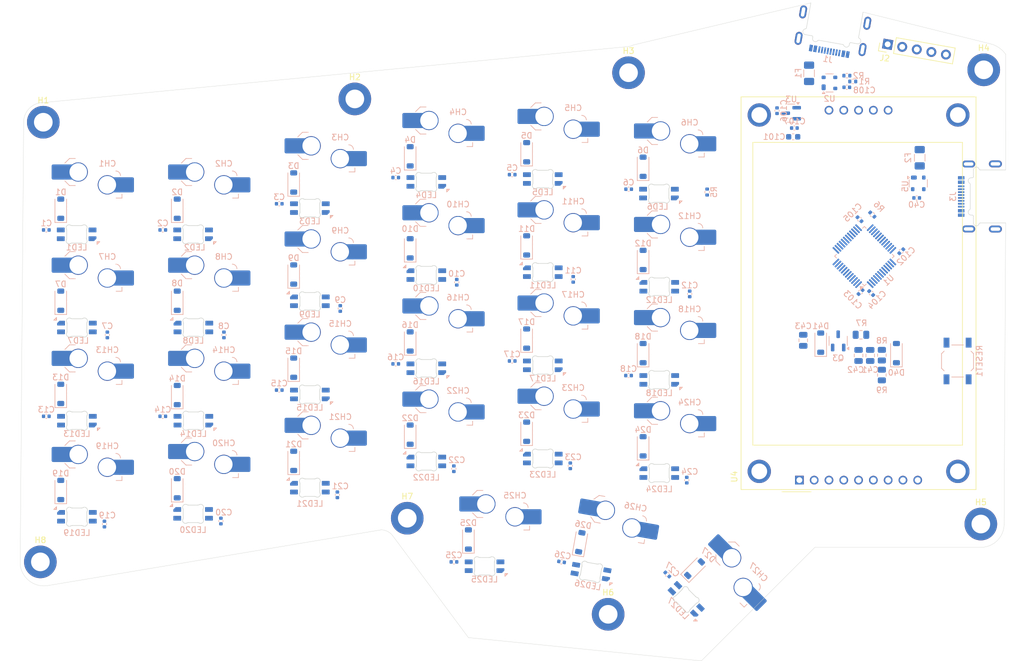
<source format=kicad_pcb>
(kicad_pcb (version 20241229) (generator "pcbnew") (generator_version "9.0")
  (layers (0 "F.Cu" signal) (2 "B.Cu" signal) (13 "F.Paste" user) (15 "B.Paste" user) (5 "F.SilkS" user "F.Silkscreen") (7 "B.SilkS" user "B.Silkscreen") (1 "F.Mask" user) (3 "B.Mask" user) (25 "Edge.Cuts" user))
  (net 0 "")
  (net 1 "GND")
  (net 2 "+5V")
  (net 3 "BOOT0")
  (net 4 "NRST")
  (net 5 "+3V3")
  (net 6 "col0")
  (net 7 "Net-(D1-A)")
  (net 8 "Net-(D2-A)")
  (net 9 "Net-(D3-A)")
  (net 10 "col3")
  (net 11 "Net-(D4-A)")
  (net 12 "Net-(D5-A)")
  (net 13 "col4")
  (net 14 "Net-(D6-A)")
  (net 15 "Net-(D7-A)")
  (net 16 "Net-(D8-A)")
  (net 17 "Net-(D9-A)")
  (net 18 "Net-(D10-A)")
  (net 19 "Net-(D11-A)")
  (net 20 "Net-(D12-A)")
  (net 21 "Net-(D13-A)")
  (net 22 "Net-(D14-A)")
  (net 23 "Net-(D15-A)")
  (net 24 "Net-(D16-A)")
  (net 25 "Net-(D17-A)")
  (net 26 "Net-(D18-A)")
  (net 27 "Net-(D19-A)")
  (net 28 "Net-(D20-A)")
  (net 29 "Net-(D21-A)")
  (net 30 "Net-(D22-A)")
  (net 31 "Net-(D23-A)")
  (net 32 "Net-(D24-A)")
  (net 33 "Net-(D25-A)")
  (net 34 "Net-(D26-A)")
  (net 35 "row0")
  (net 36 "row1")
  (net 37 "row2")
  (net 38 "row4")
  (net 39 "Net-(D40-K)")
  (net 40 "BOOT0_CHRG")
  (net 41 "VBUS")
  (net 42 "D+")
  (net 44 "D-")
  (net 46 "Net-(J1-CC1)")
  (net 47 "Net-(J1-CC2)")
  (net 48 "SWD")
  (net 49 "SWCLK")
  (net 51 "SplitSerial-TX")
  (net 54 "SplitSerial-RX")
  (net 56 "DOut1")
  (net 57 "Net-(LED1-DIN)")
  (net 58 "Net-(LED2-DIN)")
  (net 59 "Net-(LED3-DIN)")
  (net 60 "Net-(LED4-DIN)")
  (net 61 "Net-(LED5-DIN)")
  (net 62 "RGB5v")
  (net 63 "Net-(LED7-DOUT)")
  (net 64 "Net-(LED8-DOUT)")
  (net 65 "Net-(LED10-DIN)")
  (net 66 "Net-(LED10-DOUT)")
  (net 67 "Net-(LED11-DOUT)")
  (net 68 "DOut2")
  (net 69 "Net-(LED13-DIN)")
  (net 70 "DOut3")
  (net 71 "Net-(LED14-DIN)")
  (net 72 "Net-(LED15-DIN)")
  (net 73 "Net-(LED16-DIN)")
  (net 74 "Net-(LED17-DIN)")
  (net 75 "Net-(LED19-DOUT)")
  (net 76 "Net-(LED20-DOUT)")
  (net 77 "Net-(LED21-DOUT)")
  (net 78 "Net-(LED22-DOUT)")
  (net 79 "Net-(LED23-DOUT)")
  (net 80 "DOut4")
  (net 82 "Net-(LED25-DIN)")
  (net 83 "Net-(Q3-C)")
  (net 84 "HAND_PIN")
  (net 85 "Net-(R8-Pad1)")
  (net 86 "col7")
  (net 87 "col6")
  (net 88 "LCD_DC")
  (net 89 "col10")
  (net 92 "row5")
  (net 93 "LCD_RST")
  (net 95 "LCD_BL_PWM")
  (net 96 "col8")
  (net 97 "col9")
  (net 98 "LCD_SCK")
  (net 99 "LCD_MOSI")
  (net 100 "LCD_CS")
  (net 101 "LCD_MISO")
  (net 103 "Net-(D27-A)")
  (net 104 "Net-(LED26-DIN)")
  (footprint "MountingHole:MountingHole_3.2mm_M3_DIN965_Pad" (layer "F.Cu") (at 245.507619 47)
    (property "Reference" "H4")
    (property "Value" "MountingHole_Pad")
  )
  (footprint "MountingHole:MountingHole_3.2mm_M3_DIN965_Pad" (layer "F.Cu") (at 184.507619 47.5)
    (property "Reference" "H3")
    (property "Value" "MountingHole_Pad")
  )
  (footprint "MountingHole:MountingHole_3.2mm_M3_DIN965_Pad" (layer "F.Cu") (at 137.507619 52)
    (property "Reference" "H2")
    (property "Value" "MountingHole_Pad")
  )
  (footprint "MountingHole:MountingHole_3.2mm_M3_DIN965_Pad" (layer "F.Cu") (at 245.007619 125)
    (property "Reference" "H5")
    (property "Value" "MountingHole_Pad")
  )
  (footprint "Display:CR2013-MI2120" (layer "F.Cu") (at 213.847619 117.4575 90)
    (property "Reference" "U4")
    (property "Value" "CR2013-MI2120")
  )
  (footprint "MountingHole:MountingHole_3.2mm_M3_DIN965_Pad" (layer "F.Cu") (at 181.007619 140.5)
    (property "Reference" "H6")
    (property "Value" "MountingHole_Pad")
  )
  (footprint "MountingHole:MountingHole_3.2mm_M3_DIN965_Pad" (layer "F.Cu") (at 83.507619 131.5)
    (property "Reference" "H8")
    (property "Value" "MountingHole_Pad")
  )
  (footprint "MountingHole:MountingHole_3.2mm_M3_DIN965_Pad" (layer "F.Cu") (at 84.007619 56)
    (property "Reference" "H1")
    (property "Value" "MountingHole_Pad")
  )
  (footprint "MountingHole:MountingHole_3.2mm_M3_DIN965_Pad" (layer "F.Cu") (at 146.507619 124)
    (property "Reference" "H7")
    (property "Value" "MountingHole_Pad")
  )
  (footprint "Connector_PinHeader_2.54mm:PinHeader_1x05_P2.54mm_Vertical" (layer "F.Cu") (at 229.004797 42.617869 80)
    (property "Reference" "J2")
    (property "Value" "Conn_01x05")
  )
  (footprint "Capacitor_SMD:C_0402_1005Metric" (layer "B.Cu") (at 173.007619 131.5 170)
    (property "Reference" "C26")
    (property "Value" "0.1uF")
  )
  (footprint "Resistor_SMD:R_0402_1005Metric" (layer "B.Cu") (at 198.007619 67.990001 90)
    (property "Reference" "R5")
    (property "Value" "5.1k")
  )
  (footprint "PCM_marbastlib-choc:LED_choc_6028R" (layer "B.Cu") (at 169.782619 81.75 180)
    (property "Reference" "LED11")
    (property "Value" "choc_SK6812MINI-E")
    (fp_line (start 1.699999 -0.702843) (end 1.699999 0.702841) (stroke (width 0.1)) (layer "Edge.Cuts"))
    (fp_line (start 0.794452 1.499999) (end -0.794452 1.499999) (stroke (width 0.1)) (layer "Edge.Cuts"))
    (fp_line (start -0.794452 -1.5) (end 0.794453 -1.5) (stroke (width 0.1)) (layer "Edge.Cuts"))
    (fp_line (start -1.699999 0.702841) (end -1.699999 -0.702843) (stroke (width 0.1)) (layer "Edge.Cuts"))
    (fp_arc (start 1.749484 0.919719) (mid 1.712526 0.814067) (end 1.699999 0.702841) (stroke (width 0.1)) (layer "Edge.Cuts"))
    (fp_arc (start 1.749484 0.919718) (mid 1.638073 1.504037) (end 1.046711 1.568298) (stroke (width 0.1)) (layer "Edge.Cuts"))
    (fp_arc (start 1.699999 -0.702844) (mid 1.712536 -0.814066) (end 1.749484 -0.919721) (stroke (width 0.1)) (layer "Edge.Cuts"))
    (fp_arc (start 1.046711 -1.568299) (mid 1.638071 -1.504036) (end 1.749484 -0.919721) (stroke (width 0.1)) (layer "Edge.Cuts"))
    (fp_arc (start 1.046711 -1.568299) (mid 0.925123 -1.517377) (end 0.794453 -1.5) (stroke (width 0.1)) (layer "Edge.Cuts"))
    (fp_arc (start 0.794452 1.499999) (mid 0.925123 1.517376) (end 1.046711 1.568298) (stroke (width 0.1)) (layer "Edge.Cuts"))
    (fp_arc (start -0.794453 -1.500001) (mid -0.925123 -1.517378) (end -1.046711 -1.5683) (stroke (width 0.1)) (layer "Edge.Cuts"))
    (fp_arc (start -1.04671 1.568298) (mid -0.925122 1.517376) (end -0.794452 1.499999) (stroke (width 0.1)) (layer "Edge.Cuts"))
    (fp_arc (start -1.046711 1.568296) (mid -1.63807 1.504033) (end -1.749484 0.919719) (stroke (width 0.1)) (layer "Edge.Cuts"))
    (fp_arc (start -1.699999 0.702842) (mid -1.712527 0.814067) (end -1.749484 0.919719) (stroke (width 0.1)) (layer "Edge.Cuts"))
    (fp_arc (start -1.749484 -0.919721) (mid -1.638071 -1.504036) (end -1.046711 -1.5683) (stroke (width 0.1)) (layer "Edge.Cuts"))
    (fp_arc (start -1.749484 -0.919721) (mid -1.712527 -0.814069) (end -1.699999 -0.702843) (stroke (width 0.1)) (layer "Edge.Cuts"))
  )
  (footprint "Capacitor_SMD:C_0603_1608Metric" (layer "B.Cu") (at 212.782619 58.5 180)
    (property "Reference" "C101")
    (property "Value" "10uF")
  )
  (footprint "PCM_marbastlib-choc:LED_choc_6028R" (layer "B.Cu") (at 169.782619 97.75)
    (property "Reference" "LED17")
    (property "Value" "choc_SK6812MINI-E")
    (fp_line (start -1.699999 0.702841) (end -1.699999 -0.702843) (stroke (width 0.1)) (layer "Edge.Cuts"))
    (fp_line (start -0.794452 -1.5) (end 0.794453 -1.5) (stroke (width 0.1)) (layer "Edge.Cuts"))
    (fp_line (start 0.794452 1.499999) (end -0.794452 1.499999) (stroke (width 0.1)) (layer "Edge.Cuts"))
    (fp_line (start 1.699999 -0.702843) (end 1.699999 0.702841) (stroke (width 0.1)) (layer "Edge.Cuts"))
    (fp_arc (start -1.749484 -0.919721) (mid -1.712527 -0.814069) (end -1.699999 -0.702843) (stroke (width 0.1)) (layer "Edge.Cuts"))
    (fp_arc (start -1.749484 -0.919721) (mid -1.638071 -1.504036) (end -1.046711 -1.5683) (stroke (width 0.1)) (layer "Edge.Cuts"))
    (fp_arc (start -1.699999 0.702842) (mid -1.712527 0.814068) (end -1.749484 0.91972) (stroke (width 0.1)) (layer "Edge.Cuts"))
    (fp_arc (start -1.046711 1.568296) (mid -1.63807 1.504033) (end -1.749484 0.91972) (stroke (width 0.1)) (layer "Edge.Cuts"))
    (fp_arc (start -1.04671 1.568298) (mid -0.925122 1.517376) (end -0.794452 1.499999) (stroke (width 0.1)) (layer "Edge.Cuts"))
    (fp_arc (start -0.794453 -1.500001) (mid -0.925123 -1.517378) (end -1.046711 -1.5683) (stroke (width 0.1)) (layer "Edge.Cuts"))
    (fp_arc (start 0.794452 1.499999) (mid 0.925123 1.517376) (end 1.046711 1.568298) (stroke (width 0.1)) (layer "Edge.Cuts"))
    (fp_arc (start 1.046711 -1.568298) (mid 0.925123 -1.517376) (end 0.794453 -1.5) (stroke (width 0.1)) (layer "Edge.Cuts"))
    (fp_arc (start 1.046711 -1.568298) (mid 1.63807 -1.504035) (end 1.749484 -0.919721) (stroke (width 0.1)) (layer "Edge.Cuts"))
    (fp_arc (start 1.699999 -0.702844) (mid 1.712536 -0.814066) (end 1.749484 -0.919721) (stroke (width 0.1)) (layer "Edge.Cuts"))
    (fp_arc (start 1.749484 0.919718) (mid 1.638073 1.504037) (end 1.046711 1.568298) (stroke (width 0.1)) (layer "Edge.Cuts"))
    (fp_arc (start 1.749484 0.91972) (mid 1.712526 0.814068) (end 1.699999 0.702841) (stroke (width 0.1)) (layer "Edge.Cuts"))
  )
  (footprint "Capacitor_SMD:C_0402_1005Metric" (layer "B.Cu") (at 95.007619 92.52 -90)
    (property "Reference" "C7")
    (property "Value" "0.1uF")
  )
  (footprint "PCM_marbastlib-choc:SW_choc_v1_HS_CPG135001S30_1u" (layer "B.Cu") (at 130.007619 114)
    (property "Reference" "CH21")
    (property "Value" "choc_v1_SW_HS")
  )
  (footprint "Diode_SMD:D_SOD-123" (layer "B.Cu") (at 176.221098 128.124931 80)
    (property "Reference" "D26")
    (property "Value" "D")
  )
  (footprint "PCM_marbastlib-choc:SW_choc_v1_HS_CPG135001S30_1u" (layer "B.Cu") (at 190.007619 95.5)
    (property "Reference" "CH18")
    (property "Value" "choc_v1_SW_HS")
  )
  (footprint "Diode_SMD:D_SOD-123" (layer "B.Cu") (at 187.007619 95.65 90)
    (property "Reference" "D18")
    (property "Value" "D")
  )
  (footprint "PCM_marbastlib-choc:SW_choc_v1_HS_CPG135001S30_1u" (layer "B.Cu") (at 198.007619 135 -45)
    (property "Reference" "CH27")
    (property "Value" "choc_v1_SW_HS")
  )
  (footprint "Capacitor_SMD:C_0402_1005Metric" (layer "B.Cu") (at 195.007619 85.48 -90)
    (property "Reference" "C12")
    (property "Value" "0.1uF")
  )
  (footprint "PCM_marbastlib-choc:SW_choc_v1_HS_CPG135001S30_1u" (layer "B.Cu") (at 179.507619 128.5 -10)
    (property "Reference" "CH26")
    (property "Value" "choc_v1_SW_HS")
  )
  (footprint "Capacitor_SMD:C_0402_1005Metric" (layer "B.Cu") (at 104.527619 74.5 180)
    (property "Reference" "C2")
    (property "Value" "0.1uF")
  )
  (footprint "PCM_marbastlib-choc:LED_choc_6028R" (layer "B.Cu") (at 194.404155 137.957196 -45)
    (property "Reference" "LED27")
    (property "Value" "choc_SK6812MINI-E")
    (fp_line (start -1.699999 0.702841) (end -1.699999 -0.702843) (stroke (width 0.1)) (layer "Edge.Cuts"))
    (fp_line (start 0.794452 1.499999) (end -0.794452 1.499999) (stroke (width 0.1)) (layer "Edge.Cuts"))
    (fp_line (start -0.794452 -1.5) (end 0.794453 -1.5) (stroke (width 0.1)) (layer "Edge.Cuts"))
    (fp_line (start 1.699999 -0.702843) (end 1.699999 0.702841) (stroke (width 0.1)) (layer "Edge.Cuts"))
    (fp_arc (start -1.04671 1.568298) (mid -0.925123 1.517375) (end -0.794452 1.499999) (stroke (width 0.1)) (layer "Edge.Cuts"))
    (fp_arc (start -1.046711 1.568296) (mid -1.638069 1.504033) (end -1.749484 0.91972) (stroke (width 0.1)) (layer "Edge.Cuts"))
    (fp_arc (start -1.699999 0.702842) (mid -1.712526 0.814068) (end -1.749484 0.91972) (stroke (width 0.1)) (layer "Edge.Cuts"))
    (fp_arc (start -1.749484 -0.919721) (mid -1.712527 -0.814069) (end -1.699999 -0.702843) (stroke (width 0.1)) (layer "Edge.Cuts"))
    (fp_arc (start -1.749484 -0.919721) (mid -1.638071 -1.504036) (end -1.046711 -1.5683) (stroke (width 0.1)) (layer "Edge.Cuts"))
    (fp_arc (start 0.794452 1.499999) (mid 0.925123 1.517376) (end 1.046711 1.568298) (stroke (width 0.1)) (layer "Edge.Cuts"))
    (fp_arc (start -0.794453 -1.500001) (mid -0.925123 -1.517378) (end -1.046711 -1.5683) (stroke (width 0.1)) (layer "Edge.Cuts"))
    (fp_arc (start 1.749484 0.91972) (mid 1.712526 0.814067) (end 1.699999 0.702841) (stroke (width 0.1)) (layer "Edge.Cuts"))
    (fp_arc (start 1.749484 0.919718) (mid 1.638073 1.504037) (end 1.046711 1.568298) (stroke (width 0.1)) (layer "Edge.Cuts"))
    (fp_arc (start 1.699999 -0.702844) (mid 1.712536 -0.814067) (end 1.749484 -0.919721) (stroke (width 0.1)) (layer "Edge.Cuts"))
    (fp_arc (start 1.046711 -1.568298) (mid 0.925123 -1.517377) (end 0.794453 -1.5) (stroke (width 0.1)) (layer "Edge.Cuts"))
    (fp_arc (start 1.046711 -1.568298) (mid 1.638071 -1.504036) (end 1.749484 -0.919721) (stroke (width 0.1)) (layer "Edge.Cuts"))
  )
  (footprint "Capacitor_SMD:C_0805_2012Metric" (layer "B.Cu") (at 226.007619 96.050001 90)
    (property "Reference" "C41")
    (property "Value" "100n")
  )
  (footprint "Diode_SMD:D_SOD-123" (layer "B.Cu") (at 147.007619 77.65 90)
    (property "Reference" "D10")
    (property "Value" "D")
  )
  (footprint "Resistor_SMD:R_0402_1005Metric" (layer "B.Cu") (at 223.007619 49 180)
    (property "Reference" "R1")
    (property "Value" "5.1k")
  )
  (footprint "Capacitor_SMD:C_0402_1005Metric" (layer "B.Cu") (at 233.987619 69)
    (property "Reference" "C40")
    (property "Value" "100nF")
  )
  (footprint "Diode_SMD:D_SOD-123" (layer "B.Cu") (at 147.007619 61.85 90)
    (property "Reference" "D4")
    (property "Value" "D")
  )
  (footprint "PCM_marbastlib-choc:LED_choc_6028R" (layer "B.Cu") (at 89.732619 75.25)
    (property "Reference" "LED1")
    (property "Value" "choc_SK6812MINI-E")
    (fp_line (start -1.699999 0.702841) (end -1.699999 -0.702843) (stroke (width 0.1)) (layer "Edge.Cuts"))
    (fp_line (start -0.794452 -1.5) (end 0.794453 -1.5) (stroke (width 0.1)) (layer "Edge.Cuts"))
    (fp_line (start 0.794452 1.499999) (end -0.794452 1.499999) (stroke (width 0.1)) (layer "Edge.Cuts"))
    (fp_line (start 1.699999 -0.702843) (end 1.699999 0.702841) (stroke (width 0.1)) (layer "Edge.Cuts"))
    (fp_arc (start -1.749484 -0.919721) (mid -1.712527 -0.814069) (end -1.699999 -0.702843) (stroke (width 0.1)) (layer "Edge.Cuts"))
    (fp_arc (start -1.749484 -0.919721) (mid -1.638071 -1.504036) (end -1.046711 -1.5683) (stroke (width 0.1)) (layer "Edge.Cuts"))
    (fp_arc (start -1.699999 0.702842) (mid -1.712527 0.814067) (end -1.749484 0.91972) (stroke (width 0.1)) (layer "Edge.Cuts"))
    (fp_arc (start -1.046711 1.568296) (mid -1.638069 1.504033) (end -1.749484 0.91972) (stroke (width 0.1)) (layer "Edge.Cuts"))
    (fp_arc (start -1.04671 1.568298) (mid -0.925122 1.517376) (end -0.794452 1.499999) (stroke (width 0.1)) (layer "Edge.Cuts"))
    (fp_arc (start -0.794453 -1.500001) (mid -0.925123 -1.517378) (end -1.046711 -1.5683) (stroke (width 0.1)) (layer "Edge.Cuts"))
    (fp_arc (start 0.794452 1.499999) (mid 0.925123 1.517376) (end 1.046711 1.568298) (stroke (width 0.1)) (layer "Edge.Cuts"))
    (fp_arc (start 1.046711 -1.568298) (mid 0.925123 -1.517377) (end 0.794453 -1.5) (stroke (width 0.1)) (layer "Edge.Cuts"))
    (fp_arc (start 1.046711 -1.568298) (mid 1.638071 -1.504036) (end 1.749484 -0.919721) (stroke (width 0.1)) (layer "Edge.Cuts"))
    (fp_arc (start 1.699999 -0.702844) (mid 1.712536 -0.814066) (end 1.749484 -0.919721) (stroke (width 0.1)) (layer "Edge.Cuts"))
    (fp_arc (start 1.749484 0.919718) (mid 1.638073 1.504037) (end 1.046711 1.568298) (stroke (width 0.1)) (layer "Edge.Cuts"))
    (fp_arc (start 1.749484 0.91972) (mid 1.712526 0.814067) (end 1.699999 0.702841) (stroke (width 0.1)) (layer "Edge.Cuts"))
  )
  (footprint "Diode_SMD:D_SOD-123" (layer "B.Cu") (at 107.007619 102.85 90)
    (property "Reference" "D14")
    (property "Value" "D")
  )
  (footprint "Package_TO_SOT_SMD:SOT-23" (layer "B.Cu") (at 212.445119 54.45 180)
    (property "Reference" "U3")
    (property "Value" "XC6206PxxxMR-Regulator_Linear")
  )
  (footprint "Diode_SMD:D_SOD-123" (layer "B.Cu") (at 187.007619 111.65 90)
    (property "Reference" "D24")
    (property "Value" "D")
  )
  (footprint "Capacitor_SMD:C_0402_1005Metric" (layer "B.Cu") (at 124.527619 102 180)
    (property "Reference" "C15")
    (property "Value" "0.1uF")
  )
  (footprint "Package_TO_SOT_SMD:SOT-143" (layer "B.Cu") (at 219.007619 49.25)
    (property "Reference" "U2")
    (property "Value" "PRTR5V0U2X")
  )
  (footprint "Fuse:Fuse_1206_3216Metric" (layer "B.Cu") (at 215.507619 47.600001 -90)
    (property "Reference" "F1")
    (property "Value" "500mA")
  )
  (footprint "PCM_marbastlib-choc:LED_choc_6028R" (layer "B.Cu") (at 169.782619 113.75 180)
    (property "Reference" "LED23")
    (property "Value" "choc_SK6812MINI-E")
    (fp_line (start 1.699999 -0.702843) (end 1.699999 0.702841) (stroke (width 0.1)) (layer "Edge.Cuts"))
    (fp_line (start 0.794452 1.499999) (end -0.794452 1.499999) (stroke (width 0.1)) (layer "Edge.Cuts"))
    (fp_line (start -0.794452 -1.5) (end 0.794453 -1.5) (stroke (width 0.1)) (layer "Edge.Cuts"))
    (fp_line (start -1.699999 0.702841) (end -1.699999 -0.702843) (stroke (width 0.1)) (layer "Edge.Cuts"))
    (fp_arc (start 1.749484 0.919719) (mid 1.712526 0.814067) (end 1.699999 0.702841) (stroke (width 0.1)) (layer "Edge.Cuts"))
    (fp_arc (start 1.749484 0.919718) (mid 1.638073 1.504037) (end 1.046711 1.568298) (stroke (width 0.1)) (layer "Edge.Cuts"))
    (fp_arc (start 1.699999 -0.702844) (mid 1.712536 -0.814066) (end 1.749484 -0.919721) (stroke (width 0.1)) (layer "Edge.Cuts"))
    (fp_arc (start 1.046711 -1.568299) (mid 1.638071 -1.504036) (end 1.749484 -0.919721) (stroke (width 0.1)) (layer "Edge.Cuts"))
    (fp_arc (start 1.046711 -1.568299) (mid 0.925123 -1.517377) (end 0.794453 -1.5) (stroke (width 0.1)) (layer "Edge.Cuts"))
    (fp_arc (start 0.794452 1.499999) (mid 0.925123 1.517376) (end 1.046711 1.568298) (stroke (width 0.1)) (layer "Edge.Cuts"))
    (fp_arc (start -0.794453 -1.500001) (mid -0.925123 -1.517378) (end -1.046711 -1.5683) (stroke (width 0.1)) (layer "Edge.Cuts"))
    (fp_arc (start -1.04671 1.568298) (mid -0.925122 1.517376) (end -0.794452 1.499999) (stroke (width 0.1)) (layer "Edge.Cuts"))
    (fp_arc (start -1.046711 1.568296) (mid -1.63807 1.504033) (end -1.749484 0.919719) (stroke (width 0.1)) (layer "Edge.Cuts"))
    (fp_arc (start -1.699999 0.702842) (mid -1.712527 0.814067) (end -1.749484 0.919719) (stroke (width 0.1)) (layer "Edge.Cuts"))
    (fp_arc (start -1.749484 -0.919721) (mid -1.638071 -1.504036) (end -1.046711 -1.5683) (stroke (width 0.1)) (layer "Edge.Cuts"))
    (fp_arc (start -1.749484 -0.919721) (mid -1.712527 -0.814069) (end -1.699999 -0.702843) (stroke (width 0.1)) (layer "Edge.Cuts"))
  )
  (footprint "Diode_SMD:D_SOD-123" (layer "B.Cu") (at 167.007619 109.15 90)
    (property "Reference" "D23")
    (property "Value" "D")
  )
  (footprint "Capacitor_SMD:C_0402_1005Metric" (layer "B.Cu") (at 224.168208 72.660589 135)
    (property "Reference" "C105")
    (property "Value" "100nF")
  )
  (footprint "Diode_SMD:D_SOD-123" (layer "B.Cu") (at 230.507619 95.65 90)
    (property "Reference" "D40")
    (property "Value" "1N4148")
  )
  (footprint "PCM_marbastlib-choc:SW_choc_v1_HS_CPG135001S30_1u" (layer "B.Cu") (at 170.007619 109)
    (property "Reference" "CH23")
    (property "Value" "choc_v1_SW_HS")
  )
  (footprint "PCM_marbastlib-choc:LED_choc_6028R" (layer "B.Cu") (at 159.782619 132.25)
    (property "Reference" "LED25")
    (property "Value" "choc_SK6812MINI-E")
    (fp_line (start -1.699999 0.702841) (end -1.699999 -0.702843) (stroke (width 0.1)) (layer "Edge.Cuts"))
    (fp_line (start -0.794452 -1.5) (end 0.794453 -1.5) (stroke (width 0.1)) (layer "Edge.Cuts"))
    (fp_line (start 0.794452 1.499999) (end -0.794452 1.499999) (stroke (width 0.1)) (layer "Edge.Cuts"))
    (fp_line (start 1.699999 -0.702843) (end 1.699999 0.702841) (stroke (width 0.1)) (layer "Edge.Cuts"))
    (fp_arc (start -1.749484 -0.919721) (mid -1.712527 -0.814069) (end -1.699999 -0.702843) (stroke (width 0.1)) (layer "Edge.Cuts"))
    (fp_arc (start -1.749484 -0.919721) (mid -1.638071 -1.504036) (end -1.046711 -1.5683) (stroke (width 0.1)) (layer "Edge.Cuts"))
    (fp_arc (start -1.699999 0.702842) (mid -1.712527 0.814068) (end -1.749484 0.91972) (stroke (width 0.1)) (layer "Edge.Cuts"))
    (fp_arc (start -1.046711 1.568296) (mid -1.63807 1.504033) (end -1.749484 0.91972) (stroke (width 0.1)) (layer "Edge.Cuts"))
    (fp_arc (start -1.04671 1.568298) (mid -0.925122 1.517376) (end -0.794452 1.499999) (stroke (width 0.1)) (layer "Edge.Cuts"))
    (fp_arc (start -0.794453 -1.500001) (mid -0.925123 -1.517378) (end -1.046711 -1.5683) (stroke (width 0.1)) (layer "Edge.Cuts"))
    (fp_arc (start 0.794452 1.499999) (mid 0.925123 1.517376) (end 1.046711 1.568298) (stroke (width 0.1)) (layer "Edge.Cuts"))
    (fp_arc (start 1.046711 -1.568298) (mid 0.925123 -1.517376) (end 0.794453 -1.5) (stroke (width 0.1)) (layer "Edge.Cuts"))
    (fp_arc (start 1.046711 -1.568298) (mid 1.63807 -1.504035) (end 1.749484 -0.919721) (stroke (width 0.1)) (layer "Edge.Cuts"))
    (fp_arc (start 1.699999 -0.702844) (mid 1.712536 -0.814066) (end 1.749484 -0.919721) (stroke (width 0.1)) (layer "Edge.Cuts"))
    (fp_arc (start 1.749484 0.919718) (mid 1.638073 1.504037) (end 1.046711 1.568298) (stroke (width 0.1)) (layer "Edge.Cuts"))
    (fp_arc (start 1.749484 0.91972) (mid 1.712526 0.814068) (end 1.699999 0.702841) (stroke (width 0.1)) (layer "Edge.Cuts"))
  )
  (footprint "Capacitor_SMD:C_0402_1005Metric" (layer "B.Cu") (at 124.527619 70 180)
    (property "Reference" "C3")
    (property "Value" "0.1uF")
  )
  (footprint "Capacitor_SMD:C_0402_1005Metric" (layer "B.Cu") (at 184.527619 67.5 180)
    (property "Reference" "C6")
    (property "Value" "0.1uF")
  )
  (footprint "Diode_SMD:D_SOD-123" (layer "B.Cu") (at 217.507619 93.85 90)
    (property "Reference" "D41")
    (property "Value" "1N4148")
  )
  (footprint "Capacitor_SMD:C_0402_1005Metric" (layer "B.Cu") (at 174.507619 115 -90)
    (property "Reference" "C23")
    (property "Value" "0.1uF")
  )
  (footprint "Capacitor_SMD:C_0402_1005Metric" (layer "B.Cu") (at 164.527619 97 180)
    (property "Reference" "C17")
    (property "Value" "0.1uF")
  )
  (footprint "Capacitor_SMD:C_0805_2012Metric" (layer "B.Cu") (at 224.007619 96.050001 90)
    (property "Reference" "C42")
    (property "Value" "100n")
  )
  (footprint "Capacitor_SMD:C_0402_1005Metric" (layer "B.Cu") (at 212.987619 57 180)
    (property "Reference" "C107")
    (property "Value" "1uF")
  )
  (footprint "Capacitor_SMD:C_0805_2012Metric" (layer "B.Cu") (at 214.507619 93.449999 90)
    (property "Reference" "C43")
    (property "Value" "100n")
  )
  (footprint "Diode_SMD:D_SOD-123" (layer "B.Cu") (at 127.007619 66.35 90)
    (property "Reference" "D3")
    (property "Value" "D")
  )
  (footprint "Resistor_SMD:R_0805_2012Metric" (layer "B.Cu") (at 228.007619 99.4125 -90)
    (property "Reference" "R9")
    (property "Value" "68k")
  )
  (footprint "PCM_marbastlib-choc:LED_choc_6028R" (layer "B.Cu") (at 189.732619 68.25)
    (property "Reference" "LED6")
    (property "Value" "choc_SK6812MINI-E")
    (fp_line (start -1.699999 0.702841) (end -1.699999 -0.702843) (stroke (width 0.1)) (layer "Edge.Cuts"))
    (fp_line (start -0.794452 -1.5) (end 0.794453 -1.5) (stroke (width 0.1)) (layer "Edge.Cuts"))
    (fp_line (start 0.794452 1.499999) (end -0.794452 1.499999) (stroke (width 0.1)) (layer "Edge.Cuts"))
    (fp_line (start 1.699999 -0.702843) (end 1.699999 0.702841) (stroke (width 0.1)) (layer "Edge.Cuts"))
    (fp_arc (start -1.749484 -0.919721) (mid -1.712527 -0.814069) (end -1.699999 -0.702843) (stroke (width 0.1)) (layer "Edge.Cuts"))
    (fp_arc (start -1.749484 -0.919721) (mid -1.638071 -1.504036) (end -1.046711 -1.5683) (stroke (width 0.1)) (layer "Edge.Cuts"))
    (fp_arc (start -1.699999 0.702842) (mid -1.712527 0.814068) (end -1.749484 0.91972) (stroke (width 0.1)) (layer "Edge.Cuts"))
    (fp_arc (start -1.046711 1.568296) (mid -1.63807 1.504033) (end -1.749484 0.91972) (stroke (width 0.1)) (layer "Edge.Cuts"))
    (fp_arc (start -1.04671 1.568298) (mid -0.925122 1.517376) (end -0.794452 1.499999) (stroke (width 0.1)) (layer "Edge.Cuts"))
    (fp_arc (start -0.794453 -1.500001) (mid -0.925123 -1.517378) (end -1.046711 -1.5683) (stroke (width 0.1)) (layer "Edge.Cuts"))
    (fp_arc (start 0.794452 1.499999) (mid 0.925123 1.517376) (end 1.046711 1.568298) (stroke (width 0.1)) (layer "Edge.Cuts"))
    (fp_arc (start 1.046711 -1.568298) (mid 0.925123 -1.517376) (end 0.794453 -1.5) (stroke (width 0.1)) (layer "Edge.Cuts"))
    (fp_arc (start 1.046711 -1.568298) (mid 1.63807 -1.504035) (end 1.749484 -0.919721) (stroke (width 0.1)) (layer "Edge.Cuts"))
    (fp_arc (start 1.699999 -0.702844) (mid 1.712536 -0.814066) (end 1.749484 -0.919721) (stroke (width 0.1)) (layer "Edge.Cuts"))
    (fp_arc (start 1.749484 0.919718) (mid 1.638073 1.504037) (end 1.046711 1.568298) (stroke (width 0.1)) (layer "Edge.Cuts"))
    (fp_arc (start 1.749484 0.91972) (mid 1.712526 0.814068) (end 1.699999 0.702841) (stroke (width 0.1)) (layer "Edge.Cuts"))
  )
  (footprint "Resistor_SMD:R_0805_2012Metric" (layer "B.Cu") (at 228.007619 96 90)
    (property "Reference" "R8")
    (property "Value" "68k")
  )
  (footprint "Button_Switch_SMD:SW_SPST_TL3342" (layer "B.Cu") (at 241.007619 97 90)
    (property "Reference" "RESET1")
    (property "Value" "DFU")
  )
  (footprint "Diode_SMD:D_SOD-123" (layer "B.Cu") (at 187.007619 63.65 90)
    (property "Reference" "D6")
    (property "Value" "D")
  )
  (footprint "Package_TO_SOT_SMD:SOT-23-3" (layer "B.Cu") (at 220.507619 93.55 90)
    (property "Reference" "Q3")
    (property "Value" "MMUN2133LT1G")
  )
  (footprint "Capacitor_SMD:C_0402_1005Metric" (layer "B.Cu") (at 155.007619 83.48 -90)
    (property "Reference" "C10")
    (property "Value" "0.1uF")
  )
  (footprint "Diode_SMD:D_SOD-123" (layer "B.Cu") (at 127.007619 82.15 90)
    (property "Reference" "D9")
    (property "Value" "D")
  )
  (footprint "PCM_marbastlib-choc:SW_choc_v1_HS_CPG135001S30_1u" (layer "B.Cu") (at 150.235119 93.5)
    (property "Reference" "CH16")
    (property "Value" "choc_v1_SW_HS")
  )
  (footprint "Capacitor_SMD:C_0402_1005Metric" (layer "B.Cu") (at 115.027619 92.52 -90)
    (property "Reference" "C8")
    (property "Value" "0.1uF")
  )
  (footprint "PCM_marbastlib-choc:SW_choc_v1_HS_CPG135001S30_1u" (layer "B.Cu") (at 90.007619 119)
    (property "Reference" "CH19")
    (property "Value" "choc_v1_SW_HS")
  )
  (footprint "Capacitor_SMD:C_0402_1005Metric" (layer "B.Cu") (at 154.527619 131.5 180)
    (property "Reference" "C25")
    (property "Value" "0.1uF")
  )
  (footprint "PCM_marbastlib-choc:LED_choc_6028R" (layer "B.Cu") (at 89.782619 107.25)
    (property "Reference" "LED13")
    (property "Value" "choc_SK6812MINI-E")
    (fp_line (start -1.699999 0.702841) (end -1.699999 -0.702843) (stroke (width 0.1)) (layer "Edge.Cuts"))
    (fp_line (start -0.794452 -1.5) (end 0.794453 -1.5) (stroke (width 0.1)) (layer "Edge.Cuts"))
    (fp_line (start 0.794452 1.499999) (end -0.794452 1.499999) (stroke (width 0.1)) (layer "Edge.Cuts"))
    (fp_line (start 1.699999 -0.702843) (end 1.699999 0.702841) (stroke (width 0.1)) (layer "Edge.Cuts"))
    (fp_arc (start -1.749484 -0.919721) (mid -1.712527 -0.814069) (end -1.699999 -0.702843) (stroke (width 0.1)) (layer "Edge.Cuts"))
    (fp_arc (start -1.749484 -0.919721) (mid -1.638071 -1.504036) (end -1.046711 -1.5683) (stroke (width 0.1)) (layer "Edge.Cuts"))
    (fp_arc (start -1.699999 0.702842) (mid -1.712527 0.814068) (end -1.749484 0.91972) (stroke (width 0.1)) (layer "Edge.Cuts"))
    (fp_arc (start -1.046711 1.568296) (mid -1.63807 1.504033) (end -1.749484 0.91972) (stroke (width 0.1)) (layer "Edge.Cuts"))
    (fp_arc (start -1.04671 1.568298) (mid -0.925122 1.517376) (end -0.794452 1.499999) (stroke (width 0.1)) (layer "Edge.Cuts"))
    (fp_arc (start -0.794453 -1.500001) (mid -0.925123 -1.517378) (end -1.046711 -1.5683) (stroke (width 0.1)) (layer "Edge.Cuts"))
    (fp_arc (start 0.794452 1.499999) (mid 0.925123 1.517376) (end 1.046711 1.568298) (stroke (width 0.1)) (layer "Edge.Cuts"))
    (fp_arc (start 1.046711 -1.568298) (mid 0.925123 -1.517376) (end 0.794453 -1.5) (stroke (width 0.1)) (layer "Edge.Cuts"))
    (fp_arc (start 1.046711 -1.568298) (mid 1.63807 -1.504035) (end 1.749484 -0.919721) (stroke (width 0.1)) (layer "Edge.Cuts"))
    (fp_arc (start 1.699999 -0.702844) (mid 1.712536 -0.814066) (end 1.749484 -0.919721) (stroke (width 0.1)) (layer "Edge.Cuts"))
    (fp_arc (start 1.749484 0.919718) (mid 1.638073 1.504037) (end 1.046711 1.568298) (stroke (width 0.1)) (layer "Edge.Cuts"))
    (fp_arc (start 1.749484 0.91972) (mid 1.712526 0.814068) (end 1.699999 0.702841) (stroke (width 0.1)) (layer "Edge.Cuts"))
  )
  (footprint "PCM_marbastlib-choc:LED_choc_6028R" (layer "B.Cu") (at 178.060982 133.211798 -10)
    (property "Reference" "LED26")
    (property "Value" "choc_SK6812MINI-E")
    (fp_line (start -1.699997 0.702841) (end -1.699999 -0.702843) (stroke (width 0.1)) (layer "Edge.Cuts"))
    (fp_line (start -0.794454 -1.499999) (end 0.794452 -1.500002) (stroke (width 0.1)) (layer "Edge.Cuts"))
    (fp_line (start 0.794454 1.499999) (end -0.794455 1.499999) (stroke (width 0.1)) (layer "Edge.Cuts"))
    (fp_line (start 1.699999 -0.702845) (end 1.699999 0.702843) (stroke (width 0.1)) (layer "Edge.Cuts"))
    (fp_arc (start -1.699997 0.702843) (mid -1.712526 0.814067) (end -1.749483 0.91972) (stroke (width 0.1)) (layer "Edge.Cuts"))
    (fp_arc (start -1.749485 -0.919719) (mid -1.712529 -0.814068) (end -1.699999 -0.702843) (stroke (width 0.1)) (layer "Edge.Cuts"))
    (fp_arc (start -1.749485 -0.919719) (mid -1.638073 -1.50404) (end -1.046711 -1.568299) (stroke (width 0.1)) (layer "Edge.Cuts"))
    (fp_arc (start -1.04671 1.568297) (mid -0.925124 1.517375) (end -0.794455 1.499999) (stroke (width 0.1)) (layer "Edge.Cuts"))
    (fp_arc (start -1.046709 1.568295) (mid -1.638067 1.504032) (end -1.749483 0.91972) (stroke (width 0.1)) (layer "Edge.Cuts"))
    (fp_arc (start -0.794454 -1.499999) (mid -0.925123 -1.517376) (end -1.046711 -1.568299) (stroke (width 0.1)) (layer "Edge.Cuts"))
    (fp_arc (start 0.794454 1.499999) (mid 0.925123 1.517376) (end 1.046711 1.568299) (stroke (width 0.1)) (layer "Edge.Cuts"))
    (fp_arc (start 1.046714 -1.5683) (mid 0.925125 -1.517377) (end 0.794452 -1.500002) (stroke (width 0.1)) (layer "Edge.Cuts"))
    (fp_arc (start 1.046714 -1.5683) (mid 1.638075 -1.504034) (end 1.749483 -0.919721) (stroke (width 0.1)) (layer "Edge.Cuts"))
    (fp_arc (start 1.749483 0.919718) (mid 1.638072 1.504034) (end 1.046711 1.568299) (stroke (width 0.1)) (layer "Edge.Cuts"))
    (fp_arc (start 1.749486 0.919719) (mid 1.712529 0.814068) (end 1.699999 0.702843) (stroke (width 0.1)) (layer "Edge.Cuts"))
    (fp_arc (start 1.700002 -0.702842) (mid 1.712538 -0.814065) (end 1.749483 -0.919721) (stroke (width 0.1)) (layer "Edge.Cuts"))
  )
  (footprint "PCM_marbastlib-choc:SW_choc_v1_HS_CPG135001S30_1u" (layer "B.Cu") (at 90.007619 102.5)
    (property "Reference" "CH13")
    (property "Value" "choc_v1_SW_HS")
  )
  (footprint "Capacitor_SMD:C_0402_1005Metric" (layer "B.Cu") (at 226.168208 85.339411 -45)
    (property "Reference" "C104")
    (property "Value" "100nF")
  )
  (footprint "PCM_marbastlib-choc:LED_choc_6028R" (layer "B.Cu") (at 149.782619 66.25)
    (property "Reference" "LED4")
    (property "Value" "choc_SK6812MINI-E")
    (fp_line (start -1.699999 0.702841) (end -1.699999 -0.702843) (stroke (width 0.1)) (layer "Edge.Cuts"))
    (fp_line (start -0.794452 -1.5) (end 0.794453 -1.5) (stroke (width 0.1)) (layer "Edge.Cuts"))
    (fp_line (start 0.794452 1.499999) (end -0.794452 1.499999) (stroke (width 0.1)) (layer "Edge.Cuts"))
    (fp_line (start 1.699999 -0.702843) (end 1.699999 0.702841) (stroke (width 0.1)) (layer "Edge.Cuts"))
    (fp_arc (start -1.749484 -0.919721) (mid -1.712527 -0.814069) (end -1.699999 -0.702843) (stroke (width 0.1)) (layer "Edge.Cuts"))
    (fp_arc (start -1.749484 -0.919721) (mid -1.638071 -1.504036) (end -1.046711 -1.5683) (stroke (width 0.1)) (layer "Edge.Cuts"))
    (fp_arc (start -1.699999 0.702842) (mid -1.712527 0.814068) (end -1.749484 0.91972) (stroke (width 0.1)) (layer "Edge.Cuts"))
    (fp_arc (start -1.046711 1.568296) (mid -1.63807 1.504033) (end -1.749484 0.91972) (stroke (width 0.1)) (layer "Edge.Cuts"))
    (fp_arc (start -1.04671 1.568298) (mid -0.925122 1.517376) (end -0.794452 1.499999) (stroke (width 0.1)) (layer "Edge.Cuts"))
    (fp_arc (start -0.794453 -1.500001) (mid -0.925123 -1.517378) (end -1.046711 -1.5683) (stroke (width 0.1)) (layer "Edge.Cuts"))
    (fp_arc (start 0.794452 1.499999) (mid 0.925123 1.517376) (end 1.046711 1.568298) (stroke (width 0.1)) (layer "Edge.Cuts"))
    (fp_arc (start 1.046711 -1.568298) (mid 0.925123 -1.517376) (end 0.794453 -1.5) (stroke (width 0.1)) (layer "Edge.Cuts"))
    (fp_arc (start 1.046711 -1.568298) (mid 1.63807 -1.504035) (end 1.749484 -0.919721) (stroke (width 0.1)) (layer "Edge.Cuts"))
    (fp_arc (start 1.699999 -0.702844) (mid 1.712536 -0.814066) (end 1.749484 -0.919721) (stroke (width 0.1)) (layer "Edge.Cuts"))
    (fp_arc (start 1.749484 0.919718) (mid 1.638073 1.504037) (end 1.046711 1.568298) (stroke (width 0.1)) (layer "Edge.Cuts"))
    (fp_arc (start 1.749484 0.91972) (mid 1.712526 0.814068) (end 1.699999 0.702841) (stroke (width 0.1)) (layer "Edge.Cuts"))
  )
  (footprint "PCM_marbastlib-choc:SW_choc_v1_HS_CPG135001S30_1u" (layer "B.Cu") (at 90.007619 70.5)
    (property "Reference" "CH1")
    (property "Value" "choc_v1_SW_HS")
  )
  (footprint "PCM_marbastlib-choc:LED_choc_6028R" (layer "B.Cu") (at 149.782619 114.25 180)
    (property "Reference" "LED22")
    (property "Value" "choc_SK6812MINI-E")
    (fp_line (start 1.699999 -0.702843) (end 1.699999 0.702841) (stroke (width 0.1)) (layer "Edge.Cuts"))
    (fp_line (start 0.794452 1.499999) (end -0.794452 1.499999) (stroke (width 0.1)) (layer "Edge.Cuts"))
    (fp_line (start -0.794452 -1.5) (end 0.794453 -1.5) (stroke (width 0.1)) (layer "Edge.Cuts"))
    (fp_line (start -1.699999 0.702841) (end -1.699999 -0.702843) (stroke (width 0.1)) (layer "Edge.Cuts"))
    (fp_arc (start 1.749484 0.919719) (mid 1.712526 0.814067) (end 1.699999 0.702841) (stroke (width 0.1)) (layer "Edge.Cuts"))
    (fp_arc (start 1.749484 0.919718) (mid 1.638073 1.504037) (end 1.046711 1.568298) (stroke (width 0.1)) (layer "Edge.Cuts"))
    (fp_arc (start 1.699999 -0.702844) (mid 1.712536 -0.814066) (end 1.749484 -0.919721) (stroke (width 0.1)) (layer "Edge.Cuts"))
    (fp_arc (start 1.046711 -1.568299) (mid 1.638071 -1.504036) (end 1.749484 -0.919721) (stroke (width 0.1)) (layer "Edge.Cuts"))
    (fp_arc (start 1.046711 -1.568299) (mid 0.925123 -1.517377) (end 0.794453 -1.5) (stroke (width 0.1)) (layer "Edge.Cuts"))
    (fp_arc (start 0.794452 1.499999) (mid 0.925123 1.517376) (end 1.046711 1.568298) (stroke (width 0.1)) (layer "Edge.Cuts"))
    (fp_arc (start -0.794453 -1.500001) (mid -0.925123 -1.517378) (end -1.046711 -1.5683) (stroke (width 0.1)) (layer "Edge.Cuts"))
    (fp_arc (start -1.04671 1.568298) (mid -0.925122 1.517376) (end -0.794452 1.499999) (stroke (width 0.1)) (layer "Edge.Cuts"))
    (fp_arc (start -1.046711 1.568296) (mid -1.63807 1.504033) (end -1.749484 0.919719) (stroke (width 0.1)) (layer "Edge.Cuts"))
    (fp_arc (start -1.699999 0.702842) (mid -1.712527 0.814067) (end -1.749484 0.919719) (stroke (width 0.1)) (layer "Edge.Cuts"))
    (fp_arc (start -1.749484 -0.919721) (mid -1.638071 -1.504036) (end -1.046711 -1.5683) (stroke (width 0.1)) (layer "Edge.Cuts"))
    (fp_arc (start -1.749484 -0.919721) (mid -1.712527 -0.814069) (end -1.699999 -0.702843) (stroke (width 0.1)) (layer "Edge.Cuts"))
  )
  (footprint "Package_QFP:LQFP-48_7x7mm_P0.5mm" (layer "B.Cu") (at 225.007619 79 45)
    (property "Reference" "U1")
    (property "Value" "STM32G474CETx")
  )
  (footprint "Resistor_SMD:R_0402_1005Metric" (layer "B.Cu") (at 226.368243 71.860624 -45)
    (property "Reference" "R6")
    (property "Value" "5.1k")
  )
  (footprint "Diode_SMD:D_SOD-123" (layer "B.Cu") (at 107.007619 70.85 90)
    (property "Reference" "D2")
    (property "Value" "D")
  )
  (footprint "Diode_SMD:D_SOD-123" (layer "B.Cu") (at 87.007619 70.85 90)
    (property "Reference" "D1")
    (property "Value" "D")
  )
  (footprint "Diode_SMD:D_SOD-123" (layer "B.Cu") (at 167.007619 93.15 90)
    (property "Reference" "D17")
    (property "Value" "D")
  )
  (footprint "Capacitor_SMD:C_0402_1005Metric" (layer "B.Cu") (at 84.527619 106.5 180)
    (property "Reference" "C13")
    (property "Value" "0.1uF")
  )
  (footprint "Diode_SMD:D_SOD-123" (layer "B.Cu") (at 195.840893 132.666726 45)
    (property "Reference" "D27")
    (property "Value" "D")
  )
  (footprint "PCM_marbastlib-choc:SW_choc_v1_HS_CPG135001S30_1u" (layer "B.Cu") (at 90.007619 86.5)
    (property "Reference" "CH7")
    (property "Value" "choc_v1_SW_HS")
  )
  (footprint "Diode_SMD:D_SOD-123" (layer "B.Cu") (at 167.007619 61.15 90)
    (property "Reference" "D5")
    (property "Value" "D")
  )
  (footprint "PCM_marbastlib-choc:LED_choc_6028R" (layer "B.Cu") (at 169.782619 65.75)
    (property "Reference" "LED5")
    (property "Value" "choc_SK6812MINI-E")
    (fp_line (start -1.699999 0.702841) (end -1.699999 -0.702843) (stroke (width 0.1)) (layer "Edge.Cuts"))
    (fp_line (start -0.794452 -1.5) (end 0.794453 -1.5) (stroke (width 0.1)) (layer "Edge.Cuts"))
    (fp_line (start 0.794452 1.499999) (end -0.794452 1.499999) (stroke (width 0.1)) (layer "Edge.Cuts"))
    (fp_line (start 1.699999 -0.702843) (end 1.699999 0.702841) (stroke (width 0.1)) (layer "Edge.Cuts"))
    (fp_arc (start -1.749484 -0.919721) (mid -1.712527 -0.814069) (end -1.699999 -0.702843) (stroke (width 0.1)) (layer "Edge.Cuts"))
    (fp_arc (start -1.749484 -0.919721) (mid -1.638071 -1.504036) (end -1.046711 -1.5683) (stroke (width 0.1)) (layer "Edge.Cuts"))
    (fp_arc (start -1.699999 0.702842) (mid -1.712527 0.814068) (end -1.749484 0.91972) (stroke (width 0.1)) (layer "Edge.Cuts"))
    (fp_arc (start -1.046711 1.568296) (mid -1.63807 1.504033) (end -1.749484 0.91972) (stroke (width 0.1)) (layer "Edge.Cuts"))
    (fp_arc (start -1.04671 1.568298) (mid -0.925122 1.517376) (end -0.794452 1.499999) (stroke (width 0.1)) (layer "Edge.Cuts"))
    (fp_arc (start -0.794453 -1.500001) (mid -0.925123 -1.517378) (end -1.046711 -1.5683) (stroke (width 0.1)) (layer "Edge.Cuts"))
    (fp_arc (start 0.794452 1.499999) (mid 0.925123 1.517376) (end 1.046711 1.568298) (stroke (width 0.1)) (layer "Edge.Cuts"))
    (fp_arc (start 1.046711 -1.568298) (mid 0.925123 -1.517376) (end 0.794453 -1.5) (stroke (width 0.1)) (layer "Edge.Cuts"))
    (fp_arc (start 1.046711 -1.568298) (mid 1.63807 -1.504035) (end 1.749484 -0.919721) (stroke (width 0.1)) (layer "Edge.Cuts"))
    (fp_arc (start 1.699999 -0.702844) (mid 1.712536 -0.814066) (end 1.749484 -0.919721) (stroke (width 0.1)) (layer "Edge.Cuts"))
    (fp_arc (start 1.749484 0.919718) (mid 1.638073 1.504037) (end 1.046711 1.568298) (stroke (width 0.1)) (layer "Edge.Cuts"))
    (fp_arc (start 1.749484 0.91972) (mid 1.712526 0.814068) (end 1.699999 0.702841) (stroke (width 0.1)) (layer "Edge.Cuts"))
  )
  (footprint "Capacitor_SMD:C_0402_1005Metric" (layer "B.Cu") (at 184.507619 99.5 180)
    (property "Reference" "C18")
    (property "Value" "0.1uF")
  )
  (footprint "Capacitor_SMD:C_0402_1005Metric" (layer "B.Cu") (at 224.34703 85.160589 -135)
    (property "Reference" "C103")
    (property "Value" "100nF")
  )
  (footprint "PCM_marbastlib-choc:LED_choc_6028R" (layer "B.Cu") (at 89.782619 123.75 180)
    (property "Reference" "LED19")
    (property "Value" "choc_SK6812MINI-E")
    (fp_line (start 1.699999 -0.702843) (end 1.699999 0.702841) (stroke (width 0.1)) (layer "Edge.Cuts"))
    (fp_line (start 0.794452 1.499999) (end -0.794452 1.499999) (stroke (width 0.1)) (layer "Edge.Cuts"))
    (fp_line (start -0.794452 -1.5) (end 0.794453 -1.5) (stroke (width 0.1)) (layer "Edge.Cuts"))
    (fp_line (start -1.699999 0.702841) (end -1.699999 -0.702843) (stroke (width 0.1)) (layer "Edge.Cuts"))
    (fp_arc (start 1.749484 0.919719) (mid 1.712526 0.814067) (end 1.699999 0.702841) (stroke (width 0.1)) (layer "Edge.Cuts"))
    (fp_arc (start 1.749484 0.919718) (mid 1.638073 1.504037) (end 1.046711 1.568298) (stroke (width 0.1)) (layer "Edge.Cuts"))
    (fp_arc (start 1.699999 -0.702844) (mid 1.712536 -0.814066) (end 1.749484 -0.919721) (stroke (width 0.1)) (layer "Edge.Cuts"))
    (fp_arc (start 1.046711 -1.568299) (mid 1.638071 -1.504036) (end 1.749484 -0.919721) (stroke (width 0.1)) (layer "Edge.Cuts"))
    (fp_arc (start 1.046711 -1.568299) (mid 0.925123 -1.517377) (end 0.794453 -1.5) (stroke (width 0.1)) (layer "Edge.Cuts"))
    (fp_arc (start 0.794452 1.499999) (mid 0.925123 1.517376) (end 1.046711 1.568298) (stroke (width 0.1)) (layer "Edge.Cuts"))
    (fp_arc (start -0.794453 -1.500001) (mid -0.925123 -1.517378) (end -1.046711 -1.5683) (stroke (width 0.1)) (layer "Edge.Cuts"))
    (fp_arc (start -1.04671 1.568298) (mid -0.925122 1.517376) (end -0.794452 1.499999) (stroke (width 0.1)) (layer "Edge.Cuts"))
    (fp_arc (start -1.046711 1.568296) (mid -1.63807 1.504033) (end -1.749484 0.919719) (stroke (width 0.1)) (layer "Edge.Cuts"))
    (fp_arc (start -1.699999 0.702842) (mid -1.712527 0.814067) (end -1.749484 0.919719) (stroke (width 0.1)) (layer "Edge.Cuts"))
    (fp_arc (start -1.749484 -0.919721) (mid -1.638071 -1.504036) (end -1.046711 -1.5683) (stroke (width 0.1)) (layer "Edge.Cuts"))
    (fp_arc (start -1.749484 -0.919721) (mid -1.712527 -0.814069) (end -1.699999 -0.702843) (stroke (width 0.1)) (layer "Edge.Cuts"))
  )
  (footprint "PCM_marbastlib-choc:SW_choc_v1_HS_CPG135001S30_1.5u" (layer "B.Cu") (at 110.007619 102.5)
    (property "Reference" "CH14")
    (property "Value" "choc_v1_SW_HS")
  )
  (footprint "Capacitor_SMD:C_0402_1005Metric" (layer "B.Cu") (at 144.527619 97.5 180)
    (property "Reference" "C16")
    (property "Value" "0.1uF")
  )
  (footprint "Capacitor_SMD:C_0402_1005Metric" (layer "B.Cu") (at 164.527619 65 180)
    (property "Reference" "C5")
    (property "Value" "0.1uF")
  )
  (footprint "Capacitor_SMD:C_0402_1005Metric" (layer "B.Cu") (at 144.527619 65.5 180)
    (property "Reference" "C4")
    (property "Value" "0.1uF")
  )
  (footprint "PCM_marbastlib-choc:SW_choc_v1_HS_CPG135001S30_1u" (layer "B.Cu") (at 150.235119 109.5)
    (property "Reference" "CH22")
    (property "Value" "choc_v1_SW_HS")
  )
  (footprint "PCM_marbastlib-choc:SW_choc_v1_HS_CPG135001S30_1u" (layer "B.Cu") (at 130.007619 82)
    (property "Reference" "CH9")
    (property "Value" "choc_v1_SW_HS")
  )
  (footprint "PCM_marbastlib-choc:LED_choc_6028R" (layer "B.Cu") (at 89.782619 91.25 180)
    (property "Reference" "LED7")
    (property "Value" "choc_SK6812MINI-E")
    (fp_line (start 1.699999 -0.702843) (end 1.699999 0.702841) (stroke (width 0.1)) (layer "Edge.Cuts"))
    (fp_line (start 0.794452 1.499999) (end -0.794452 1.499999) (stroke (width 0.1)) (layer "Edge.Cuts"))
    (fp_line (start -0.794452 -1.5) (end 0.794453 -1.5) (stroke (width 0.1)) (layer "Edge.Cuts"))
    (fp_line (start -1.699999 0.702841) (end -1.699999 -0.702843) (stroke (width 0.1)) (layer "Edge.Cuts"))
    (fp_arc (start 1.749484 0.91972) (mid 1.712526 0.814068) (end 1.699999 0.702841) (stroke (width 0.1)) (layer "Edge.Cuts"))
    (fp_arc (start 1.749484 0.919718) (mid 1.638073 1.504037) (end 1.046711 1.568298) (stroke (width 0.1)) (layer "Edge.Cuts"))
    (fp_arc (start 1.699999 -0.702844) (mid 1.712536 -0.814066) (end 1.749484 -0.919721) (stroke (width 0.1)) (layer "Edge.Cuts"))
    (fp_arc (start 1.046711 -1.568298) (mid 1.63807 -1.504035) (end 1.749484 -0.919721) (stroke (width 0.1)) (layer "Edge.Cuts"))
    (fp_arc (start 1.046711 -1.568298) (mid 0.925123 -1.517376) (end 0.794453 -1.5) (stroke (width 0.1)) (layer "Edge.Cuts"))
    (fp_arc (start 0.794452 1.499999) (mid 0.925123 1.517376) (end 1.046711 1.568298) (stroke (width 0.1)) (layer "Edge.Cuts"))
    (fp_arc (start -0.794453 -1.500001) (mid -0.925123 -1.517378) (end -1.046711 -1.5683) (stroke (width 0.1)) (layer "Edge.Cuts"))
    (fp_arc (start -1.04671 1.568298) (mid -0.925122 1.517376) (end -0.794452 1.499999) (stroke (width 0.1)) (layer "Edge.Cuts"))
    (fp_arc (start -1.046711 1.568296) (mid -1.63807 1.504033) (end -1.749484 0.91972) (stroke (width 0.1)) (layer "Edge.Cuts"))
    (fp_arc (start -1.699999 0.702842) (mid -1.712527 0.814068) (end -1.749484 0.91972) (stroke (width 0.1)) (layer "Edge.Cuts"))
    (fp_arc (start -1.749484 -0.919721) (mid -1.638071 -1.504036) (end -1.046711 -1.5683) (stroke (width 0.1)) (layer "Edge.Cuts"))
    (fp_arc (start -1.749484 -0.919721) (mid -1.712527 -0.814069) (end -1.699999 -0.702843) (stroke (width 0.1)) (layer "Edge.Cuts"))
  )
  (footprint "Capacitor_SMD:C_0402_1005Metric" (layer "B.Cu") (at 231.34703 78.160589 45)
    (property "Reference" "C102")
    (property "Value" "100nF")
  )
  (footprint "Diode_SMD:D_SOD-123" (layer "B.Cu") (at 87.007619 119.15 90)
    (property "Reference" "D19")
    (property "Value" "D")
  )
  (footprint "Diode_SMD:D_SOD-123" (layer "B.Cu") (at 167.007619 77.15 90)
    (property "Reference" "D11")
    (property "Value" "D")
  )
  (footprint "Diode_SMD:D_SOD-123" (layer "B.Cu") (at 107.007619 86.65 90)
    (property "Reference" "D8")
    (property "Value" "D")
  )
  (footprint "Capacitor_SMD:C_0402_1005Metric" (layer "B.Cu") (at 210.007619 54.02 90)
    (property "Reference" "C106")
    (property "Value" "1uF")
  )
  (footprint "PCM_marbastlib-choc:SW_choc_v1_HS_CPG135001S30_1u" (layer "B.Cu") (at 170.007619 77)
    (property "Reference" "CH11")
    (property "Value" "choc_v1_SW_HS")
  )
  (footprint "Diode_SMD:D_SOD-123" (layer "B.Cu") (at 87.007619 86.65 90)
    (property "Reference" "D7")
    (property "Value" "D")
  )
  (footprint "PCM_marbastlib-choc:SW_choc_v1_HS_CPG135001S30_1u" (layer "B.Cu") (at 130.007619 66)
    (property "Reference" "CH3")
    (property "Value" "choc_v1_SW_HS")
  )
  (footprint "Capacitor_SMD:C_0402_1005Metric" (layer "B.Cu") (at 84.527619 74.5 180)
    (property "Reference" "C1")
    (property "Value" "0.1uF")
  )
  (footprint "Diode_SMD:D_SOD-123" (layer "B.Cu") (at 87.007619 102.65 90)
    (property "Reference" "D13")
    (property "Value" "D")
  )
  (footprint "PCM_marbastlib-choc:LED_choc_6028R" (layer "B.Cu") (at 129.782619 102.75)
    (property "Reference" "LED15")
    (property "Value" "choc_SK6812MINI-E")
    (fp_line (start -1.699999 0.702841) (end -1.699999 -0.702843) (stroke (width 0.1)) (layer "Edge.Cuts"))
    (fp_line (start -0.794452 -1.5) (end 0.794453 -1.5) (stroke (width 0.1)) (layer "Edge.Cuts"))
    (fp_line (start 0.794452 1.499999) (end -0.794452 1.499999) (stroke (width 0.1)) (layer "Edge.Cuts"))
    (fp_line (start 1.699999 -0.702843) (end 1.699999 0.702841) (stroke (width 0.1)) (layer "Edge.Cuts"))
    (fp_arc (start -1.749484 -0.919721) (mid -1.712527 -0.814069) (end -1.699999 -0.702843) (stroke (width 0.1)) (layer "Edge.Cuts"))
    (fp_arc (start -1.749484 -0.919721) (mid -1.638071 -1.504036) (end -1.046711 -1.5683) (stroke (width 0.1)) (layer "Edge.Cuts"))
    (fp_arc (start -1.699999 0.702842) (mid -1.712527 0.814068) (end -1.749484 0.91972) (stroke (width 0.1)) (layer "Edge.Cuts"))
    (fp_arc (start -1.046711 1.568296) (mid -1.63807 1.504033) (end -1.749484 0.91972) (stroke (width 0.1)) (layer "Edge.Cuts"))
    (fp_arc (start -1.04671 1.568298) (mid -0.925122 1.517376) (end -0.794452 1.499999) (stroke (width 0.1)) (layer "Edge.Cuts"))
    (fp_arc (start -0.794453 -1.500001) (mid -0.925123 -1.517378) (end -1.046711 -1.5683) (stroke (width 0.1)) (layer "Edge.Cuts"))
    (fp_arc (start 0.794452 1.499999) (mid 0.925123 1.517376) (end 1.046711 1.568298) (stroke (width 0.1)) (layer "Edge.Cuts"))
    (fp_arc (start 1.046711 -1.568298) (mid 0.925123 -1.517376) (end 0.794453 -1.5) (stroke (width 0.1)) (layer "Edge.Cuts"))
    (fp_arc (start 1.046711 -1.568298) (mid 1.63807 -1.504035) (end 1.749484 -0.919721) (stroke (width 0.1)) (layer "Edge.Cuts"))
    (fp_arc (start 1.699999 -0.702844) (mid 1.712536 -0.814066) (end 1.749484 -0.919721) (stroke (width 0.1)) (layer "Edge.Cuts"))
    (fp_arc (start 1.749484 0.919718) (mid 1.638073 1.504037) (end 1.046711 1.568298) (stroke (width 0.1)) (layer "Edge.Cuts"))
    (fp_arc (start 1.749484 0.91972) (mid 1.712526 0.814068) (end 1.699999 0.702841) (stroke (width 0.1)) (layer "Edge.Cuts"))
  )
  (footprint "PCM_marbastlib-choc:LED_choc_6028R" (layer "B.Cu") (at 129.782619 70.75)
    (property "Reference" "LED3")
    (property "Value" "choc_SK6812MINI-E")
    (fp_line (start -1.699999 0.702841) (end -1.699999 -0.702843) (stroke (width 0.1)) (layer "Edge.Cuts"))
    (fp_line (start -0.794452 -1.5) (end 0.794453 -1.5) (stroke (width 0.1)) (layer "Edge.Cuts"))
    (fp_line (start 0.794452 1.499999) (end -0.794452 1.499999) (stroke (width 0.1)) (layer "Edge.Cuts"))
    (fp_line (start 1.699999 -0.702843) (end 1.699999 0.702841) (stroke (width 0.1)) (layer "Edge.Cuts"))
    (fp_arc (start -1.749484 -0.919721) (mid -1.712527 -0.814069) (end -1.699999 -0.702843) (stroke (width 0.1)) (layer "Edge.Cuts"))
    (fp_arc (start -1.749484 -0.919721) (mid -1.638071 -1.504036) (end -1.046711 -1.5683) (stroke (width 0.1)) (layer "Edge.Cuts"))
    (fp_arc (start -1.699999 0.702842) (mid -1.712527 0.814068) (end -1.749484 0.91972) (stroke (width 0.1)) (layer "Edge.Cuts"))
    (fp_arc (start -1.046711 1.568296) (mid -1.63807 1.504033) (end -1.749484 0.91972) (stroke (width 0.1)) (layer "Edge.Cuts"))
    (fp_arc (start -1.04671 1.568298) (mid -0.925122 1.517376) (end -0.794452 1.499999) (stroke (width 0.1)) (layer "Edge.Cuts"))
    (fp_arc (start -0.794453 -1.500001) (mid -0.925123 -1.517378) (end -1.046711 -1.5683) (stroke (width 0.1)) (layer "Edge.Cuts"))
    (fp_arc (start 0.794452 1.499999) (mid 0.925123 1.517376) (end 1.046711 1.568298) (stroke (width 0.1)) (layer "Edge.Cuts"))
    (fp_arc (start 1.046711 -1.568298) (mid 0.925123 -1.517376) (end 0.794453 -1.5) (stroke (width 0.1)) (layer "Edge.Cuts"))
    (fp_arc (start 1.046711 -1.568298) (mid 1.63807 -1.504035) (end 1.749484 -0.919721) (stroke (width 0.1)) (layer "Edge.Cuts"))
    (fp_arc (start 1.699999 -0.702844) (mid 1.712536 -0.814066) (end 1.749484 -0.919721) (stroke (width 0.1)) (layer "Edge.Cuts"))
    (fp_arc (start 1.749484 0.919718) (mid 1.638073 1.504037) (end 1.046711 1.568298) (stroke (width 0.1)) (layer "Edge.Cuts"))
    (fp_arc (start 1.749484 0.91972) (mid 1.712526 0.814068) (end 1.699999 0.702841) (stroke (width 0.1)) (layer "Edge.Cuts"))
  )
  (footprint "PCM_marbastlib-choc:SW_choc_v1_HS_CPG135001S30_1.5u" (layer "B.Cu") (at 110.007619 86.5)
    (property "Reference" "CH8")
    (property "Value" "choc_v1_SW_HS")
  )
  (footprint "Capacitor_SMD:C_0402_1005Metric" (layer "B.Cu") (at 191.168208 133.660589 135)
    (property "Reference" "C27")
    (property "Value" "0.1uF")
  )
  (footprint "PCM_marbastlib-choc:SW_choc_v1_HS_CPG135001S30_1u" (layer "B.Cu") (at 170.007619 60.95)
    (property "Reference" "CH5")
    (property "Value" "choc_v1_SW_HS")
  )
  (footprint "PCM_marbastlib-choc:LED_choc_6028R" (layer "B.Cu") (at 109.782619 107.25)
    (property "Reference" "LED14")
    (property "Value" "choc_SK6812MINI-E")
    (fp_line (start -1.699999 0.702841) (end -1.699999 -0.702843) (stroke (width 0.1)) (layer "Edge.Cuts"))
    (fp_line (start -0.794452 -1.5) (end 0.794453 -1.5) (stroke (width 0.1)) (layer "Edge.Cuts"))
    (fp_line (start 0.794452 1.499999) (end -0.794452 1.499999) (stroke (width 0.1)) (layer "Edge.Cuts"))
    (fp_line (start 1.699999 -0.702843) (end 1.699999 0.702841) (stroke (width 0.1)) (layer "Edge.Cuts"))
    (fp_arc (start -1.749484 -0.919721) (mid -1.712527 -0.814069) (end -1.699999 -0.702843) (stroke (width 0.1)) (layer "Edge.Cuts"))
    (fp_arc (start -1.749484 -0.919721) (mid -1.638071 -1.504036) (end -1.046711 -1.5683) (stroke (width 0.1)) (layer "Edge.Cuts"))
    (fp_arc (start -1.699999 0.702842) (mid -1.712527 0.814068) (end -1.749484 0.91972) (stroke (width 0.1)) (layer "Edge.Cuts"))
    (fp_arc (start -1.046711 1.568296) (mid -1.63807 1.504033) (end -1.749484 0.91972) (stroke (width 0.1)) (layer "Edge.Cuts"))
    (fp_arc (start -1.04671 1.568298) (mid -0.925122 1.517376) (end -0.794452 1.499999) (stroke (width 0.1)) (layer "Edge.Cuts"))
    (fp_arc (start -0.794453 -1.500001) (mid -0.925123 -1.517378) (end -1.046711 -1.5683) (stroke (width 0.1)) (layer "Edge.Cuts"))
    (fp_arc (start 0.794452 1.499999) (mid 0.925123 1.517376) (end 1.046711 1.568298) (stroke (width 0.1)) (layer "Edge.Cuts"))
    (fp_arc (start 1.046711 -1.568298) (mid 0.925123 -1.517376) (end 0.794453 -1.5) (stroke (width 0.1)) (layer "Edge.Cuts"))
    (fp_arc (start 1.046711 -1.568298) (mid 1.63807 -1.504035) (end 1.749484 -0.919721) (stroke (width 0.1)) (layer "Edge.Cuts"))
    (fp_arc (start 1.699999 -0.702844) (mid 1.712536 -0.814066) (end 1.749484 -0.919721) (stroke (width 0.1)) (layer "Edge.Cuts"))
    (fp_arc (start 1.749484 0.919718) (mid 1.638073 1.504037) (end 1.046711 1.568298) (stroke (width 0.1)) (layer "Edge.Cuts"))
    (fp_arc (start 1.749484 0.91972) (mid 1.712526 0.814068) (end 1.699999 0.702841) (stroke (width 0.1)) (layer "Edge.Cuts"))
  )
  (footprint "PCM_marbastlib-choc:SW_choc_v1_HS_CPG135001S30_1u" (layer "B.Cu") (at 190.007619 63.45)
    (property "Reference" "CH6")
    (property "Value" "choc_v1_SW_HS")
  )
  (footprint "Diode_SMD:D_SOD-123" (layer "B.Cu") (at 107.007619 118.85 90)
    (property "Reference" "D20")
    (property "Value" "D")
  )
  (footprint "PCM_marbastlib-choc:LED_choc_6028R" (layer "B.Cu") (at 109.732619 123.25 180)
    (property "Reference" "LED20")
    (property "Value" "choc_SK6812MINI-E")
    (fp_line (start 1.699999 -0.702843) (end 1.699999 0.702841) (stroke (width 0.1)) (layer "Edge.Cuts"))
    (fp_line (start 0.794452 1.499999) (end -0.794452 1.499999) (stroke (width 0.1)) (layer "Edge.Cuts"))
    (fp_line (start -0.794452 -1.5) (end 0.794453 -1.5) (stroke (width 0.1)) (layer "Edge.Cuts"))
    (fp_line (start -1.699999 0.702841) (end -1.699999 -0.702843) (stroke (width 0.1)) (layer "Edge.Cuts"))
    (fp_arc (start 1.749484 0.919719) (mid 1.712526 0.814067) (end 1.699999 0.702841) (stroke (width 0.1)) (layer "Edge.Cuts"))
    (fp_arc (start 1.749484 0.919718) (mid 1.638073 1.504037) (end 1.046711 1.568298) (stroke (width 0.1)) (layer "Edge.Cuts"))
    (fp_arc (start 1.699999 -0.702844) (mid 1.712536 -0.814066) (end 1.749484 -0.919721) (stroke (width 0.1)) (layer "Edge.Cuts"))
    (fp_arc (start 1.046711 -1.568299) (mid 1.638071 -1.504036) (end 1.749484 -0.919721) (stroke (width 0.1)) (layer "Edge.Cuts"))
    (fp_arc (start 1.046711 -1.568299) (mid 0.925123 -1.517377) (end 0.794453 -1.5) (stroke (width 0.1)) (layer "Edge.Cuts"))
    (fp_arc (start 0.794452 1.499999) (mid 0.925123 1.517376) (end 1.046711 1.568298) (stroke (width 0.1)) (layer "Edge.Cuts"))
    (fp_arc (start -0.794453 -1.500001) (mid -0.925123 -1.517378) (end -1.046711 -1.5683) (stroke (width 0.1)) (layer "Edge.Cuts"))
    (fp_arc (start -1.04671 1.568298) (mid -0.925122 1.517376) (end -0.794452 1.499999) (stroke (width 0.1)) (layer "Edge.Cuts"))
    (fp_arc (start -1.046711 1.568296) (mid -1.63807 1.504033) (end -1.749484 0.919719) (stroke (width 0.1)) (layer "Edge.Cuts"))
    (fp_arc (start -1.699999 0.702842) (mid -1.712527 0.814067) (end -1.749484 0.919719) (stroke (width 0.1)) (layer "Edge.Cuts"))
    (fp_arc (start -1.749484 -0.919721) (mid -1.638071 -1.504036) (end -1.046711 -1.5683) (stroke (width 0.1)) (layer "Edge.Cuts"))
    (fp_arc (start -1.749484 -0.919721) (mid -1.712527 -0.814069) (end -1.699999 -0.702843) (stroke (width 0.1)) (layer "Edge.Cuts"))
  )
  (footprint "PCM_marbastlib-choc:SW_choc_v1_HS_CPG135001S30_1.5u" (layer "B.Cu") (at 110.007619 70.5)
    (property "Reference" "CH2")
    (property "Value" "choc_v1_SW_HS")
  )
  (footprint "PCM_marbastlib-choc:LED_choc_6028R" (layer "B.Cu") (at 189.782619 100.25)
    (property "Reference" "LED18")
    (property "Value" "choc_SK6812MINI-E")
    (fp_line (start -1.699999 0.702841) (end -1.699999 -0.702843) (stroke (width 0.1)) (layer "Edge.Cuts"))
    (fp_line (start -0.794452 -1.5) (end 0.794453 -1.5) (stroke (width 0.1)) (layer "Edge.Cuts"))
    (fp_line (start 0.794452 1.499999) (end -0.794452 1.499999) (stroke (width 0.1)) (layer "Edge.Cuts"))
    (fp_line (start 1.699999 -0.702843) (end 1.699999 0.702841) (stroke (width 0.1)) (layer "Edge.Cuts"))
    (fp_arc (start -1.749484 -0.919721) (mid -1.712527 -0.814069) (end -1.699999 -0.702843) (stroke (width 0.1)) (layer "Edge.Cuts"))
    (fp_arc (start -1.749484 -0.919721) (mid -1.638071 -1.504036) (end -1.046711 -1.5683) (stroke (width 0.1)) (layer "Edge.Cuts"))
    (fp_arc (start -1.699999 0.702842) (mid -1.712527 0.814068) (end -1.749484 0.91972) (stroke (width 0.1)) (layer "Edge.Cuts"))
    (fp_arc (start -1.046711 1.568296) (mid -1.63807 1.504033) (end -1.749484 0.91972) (stroke (width 0.1)) (layer "Edge.Cuts"))
    (fp_arc (start -1.04671 1.568298) (mid -0.925122 1.517376) (end -0.794452 1.499999) (stroke (width 0.1)) (layer "Edge.Cuts"))
    (fp_arc (start -0.794453 -1.500001) (mid -0.925123 -1.517378) (end -1.046711 -1.5683) (stroke (width 0.1)) (layer "Edge.Cuts"))
    (fp_arc (start 0.794452 1.499999) (mid 0.925123 1.517376) (end 1.046711 1.568298) (stroke (width 0.1)) (layer "Edge.Cuts"))
    (fp_arc (start 1.046711 -1.568298) (mid 0.925123 -1.517376) (end 0.794453 -1.5) (stroke (width 0.1)) (layer "Edge.Cuts"))
    (fp_arc (start 1.046711 -1.568298) (mid 1.63807 -1.504035) (end 1.749484 -0.919721) (stroke (width 0.1)) (layer "Edge.Cuts"))
    (fp_arc (start 1.699999 -0.702844) (mid 1.712536 -0.814066) (end 1.749484 -0.919721) (stroke (width 0.1)) (layer "Edge.Cuts"))
    (fp_arc (start 1.749484 0.919718) (mid 1.638073 1.504037) (end 1.046711 1.568298) (stroke (width 0.1)) (layer "Edge.Cuts"))
    (fp_arc (start 1.749484 0.91972) (mid 1.712526 0.814068) (end 1.699999 0.702841) (stroke (width 0.1)) (layer "Edge.Cuts"))
  )
  (footprint "Capacitor_SMD:C_0402_1005Metric" (layer "B.Cu") (at 154.507619 115.5 -90)
    (property "Reference" "C22")
    (property "Value" "0.1uF")
  )
  (footprint "PCM_marbastlib-various:USB_C_Receptacle_HRO_TYPE-C-31-M-14" (layer "B.Cu") (at 242.827619 68.749999 -90)
    (property "Reference" "J3")
    (property "Value" "USB_C_Receptacle_USB2.0")
    (fp_line (start -0.004999 -0.355) (end -2.098781 -0.355) (stroke (width 0.08)) (layer "Edge.Cuts"))
    (fp_line (start -0.004999 -0.355) (end 2.088784 -0.355) (stroke (width 0.08)) (layer "Edge.Cuts"))
    (fp_line (start -3.204999 -0.504999) (end -3.204999 -0.705) (stroke (width 0.08)) (layer "Edge.Cuts"))
    (fp_line (start 3.195001 -0.505) (end 3.195001 -0.705) (stroke (width 0.08)) (layer "Edge.Cuts"))
    (fp_line (start -3.404998 -0.905) (end -4.554999 -0.905) (stroke (width 0.08)) (layer "Edge.Cuts"))
    (fp_line (start 3.395 -0.905) (end 4.545001 -0.905001) (stroke (width 0.08)) (layer "Edge.Cuts"))
    (fp_line (start -4.554999 -2.075821) (end -4.554999 -6.435) (stroke (width 0.08)) (layer "Edge.Cuts"))
    (fp_line (start 4.545001 -2.075821) (end 4.545001 -6.435) (stroke (width 0.08)) (layer "Edge.Cuts"))
    (fp_arc (start -2.271986 -0.255) (mid -2.198781 -0.328205) (end -2.098781 -0.355) (stroke (width 0.08)) (layer "Edge.Cuts"))
    (fp_arc (start -2.271986 -0.255) (mid -2.834408 -0.022037) (end -3.204999 -0.504999) (stroke (width 0.08)) (layer "Edge.Cuts"))
    (fp_arc (start 2.088784 -0.355) (mid 2.188789 -0.328211) (end 2.261988 -0.255) (stroke (width 0.08)) (layer "Edge.Cuts"))
    (fp_arc (start 3.195001 -0.505) (mid 2.82441 -0.022036) (end 2.261988 -0.255) (stroke (width 0.08)) (layer "Edge.Cuts"))
    (fp_arc (start 3.195001 -0.705) (mid 3.253579 -0.846421) (end 3.395 -0.904998) (stroke (width 0.08)) (layer "Edge.Cuts"))
    (fp_arc (start -4.554999 -0.905) (mid -5.04976 -1.332815) (end -4.697856 -1.884157) (stroke (width 0.08)) (layer "Edge.Cuts"))
    (fp_arc (start -3.404998 -0.905) (mid -3.263576 -0.846421) (end -3.204998 -0.705) (stroke (width 0.08)) (layer "Edge.Cuts"))
    (fp_arc (start 4.687858 -1.884158) (mid 5.039763 -1.332815) (end 4.545001 -0.904999) (stroke (width 0.08)) (layer "Edge.Cuts"))
    (fp_arc (start 4.687858 -1.884158) (mid 4.584652 -1.9563) (end 4.545001 -2.075821) (stroke (width 0.08)) (layer "Edge.Cuts"))
    (fp_arc (start -4.554999 -2.075821) (mid -4.594642 -1.956298) (end -4.697856 -1.884158) (stroke (width 0.08)) (layer "Edge.Cuts"))
  )
  (footprint "Capacitor_SMD:C_0402_1005Metric" (layer "B.Cu") (at 135.007619 87.98 -90)
    (property "Reference" "C9")
    (property "Value" "0.1uF")
  )
  (footprint "PCM_marbastlib-choc:LED_choc_6028R" (layer "B.Cu") (at 129.782619 86.75 180)
    (property "Reference" "LED9")
    (property "Value" "choc_SK6812MINI-E")
    (fp_line (start 1.699999 -0.702843) (end 1.699999 0.702841) (stroke (width 0.1)) (layer "Edge.Cuts"))
    (fp_line (start 0.794452 1.499999) (end -0.794452 1.499999) (stroke (width 0.1)) (layer "Edge.Cuts"))
    (fp_line (start -0.794452 -1.5) (end 0.794453 -1.5) (stroke (width 0.1)) (layer "Edge.Cuts"))
    (fp_line (start -1.699999 0.702841) (end -1.699999 -0.702843) (stroke (width 0.1)) (layer "Edge.Cuts"))
    (fp_arc (start 1.749484 0.919719) (mid 1.712526 0.814067) (end 1.699999 0.702841) (stroke (width 0.1)) (layer "Edge.Cuts"))
    (fp_arc (start 1.749484 0.919718) (mid 1.638073 1.504037) (end 1.046711 1.568298) (stroke (width 0.1)) (layer "Edge.Cuts"))
    (fp_arc (start 1.699999 -0.702844) (mid 1.712536 -0.814066) (end 1.749484 -0.919721) (stroke (width 0.1)) (layer "Edge.Cuts"))
    (fp_arc (start 1.046711 -1.568299) (mid 1.638071 -1.504036) (end 1.749484 -0.919721) (stroke (width 0.1)) (layer "Edge.Cuts"))
    (fp_arc (start 1.046711 -1.568299) (mid 0.925123 -1.517377) (end 0.794453 -1.5) (stroke (width 0.1)) (layer "Edge.Cuts"))
    (fp_arc (start 0.794452 1.499999) (mid 0.925123 1.517376) (end 1.046711 1.568298) (stroke (width 0.1)) (layer "Edge.Cuts"))
    (fp_arc (start -0.794453 -1.500001) (mid -0.925123 -1.517378) (end -1.046711 -1.5683) (stroke (width 0.1)) (layer "Edge.Cuts"))
    (fp_arc (start -1.04671 1.568298) (mid -0.925122 1.517376) (end -0.794452 1.499999) (stroke (width 0.1)) (layer "Edge.Cuts"))
    (fp_arc (start -1.046711 1.568296) (mid -1.63807 1.504033) (end -1.749484 0.919719) (stroke (width 0.1)) (layer "Edge.Cuts"))
    (fp_arc (start -1.699999 0.702842) (mid -1.712527 0.814067) (end -1.749484 0.919719) (stroke (width 0.1)) (layer "Edge.Cuts"))
    (fp_arc (start -1.749484 -0.919721) (mid -1.638071 -1.504036) (end -1.046711 -1.5683) (stroke (width 0.1)) (layer "Edge.Cuts"))
    (fp_arc (start -1.749484 -0.919721) (mid -1.712527 -0.814069) (end -1.699999 -0.702843) (stroke (width 0.1)) (layer "Edge.Cuts"))
  )
  (footprint "Capacitor_SMD:C_0402_1005Metric" (layer "B.Cu") (at 175.007619 82.98 -90)
    (property "Reference" "C11")
    (property "Value" "0.1uF")
  )
  (footprint "PCM_marbastlib-choc:SW_choc_v1_HS_CPG135001S30_1u" (layer "B.Cu") (at 150.235119 77.5)
    (property "Reference" "CH10")
    (property "Value" "choc_v1_SW_HS")
  )
  (footprint "PCM_marbastlib-choc:LED_choc_6028R" (layer "B.Cu") (at 109.782619 91.25 180)
    (property "Reference" "LED8")
    (property "Value" "choc_SK6812MINI-E")
    (fp_line (start 1.699999 -0.702843) (end 1.699999 0.702841) (stroke (width 0.1)) (layer "Edge.Cuts"))
    (fp_line (start 0.794452 1.499999) (end -0.794452 1.499999) (stroke (width 0.1)) (layer "Edge.Cuts"))
    (fp_line (start -0.794452 -1.5) (end 0.794453 -1.5) (stroke (width 0.1)) (layer "Edge.Cuts"))
    (fp_line (start -1.699999 0.702841) (end -1.699999 -0.702843) (stroke (width 0.1)) (layer "Edge.Cuts"))
    (fp_arc (start 1.749484 0.919719) (mid 1.712526 0.814067) (end 1.699999 0.702841) (stroke (width 0.1)) (layer "Edge.Cuts"))
    (fp_arc (start 1.749484 0.919718) (mid 1.638073 1.504037) (end 1.046711 1.568298) (stroke (width 0.1)) (layer "Edge.Cuts"))
    (fp_arc (start 1.699999 -0.702844) (mid 1.712536 -0.814066) (end 1.749484 -0.919721) (stroke (width 0.1)) (layer "Edge.Cuts"))
    (fp_arc (start 1.046711 -1.568299) (mid 1.638071 -1.504036) (end 1.749484 -0.919721) (stroke (width 0.1)) (layer "Edge.Cuts"))
    (fp_arc (start 1.046711 -1.568299) (mid 0.925123 -1.517377) (end 0.794453 -1.5) (stroke (width 0.1)) (layer "Edge.Cuts"))
    (fp_arc (start 0.794452 1.499999) (mid 0.925123 1.517376) (end 1.046711 1.568298) (stroke (width 0.1)) (layer "Edge.Cuts"))
    (fp_arc (start -0.794453 -1.500001) (mid -0.925123 -1.517378) (end -1.046711 -1.5683) (stroke (width 0.1)) (layer "Edge.Cuts"))
    (fp_arc (start -1.04671 1.568298) (mid -0.925122 1.517376) (end -0.794452 1.499999) (stroke (width 0.1)) (layer "Edge.Cuts"))
    (fp_arc (start -1.046711 1.568296) (mid -1.63807 1.504033) (end -1.749484 0.919719) (stroke (width 0.1)) (layer "Edge.Cuts"))
    (fp_arc (start -1.699999 0.702842) (mid -1.712527 0.814067) (end -1.749484 0.919719) (stroke (width 0.1)) (layer "Edge.Cuts"))
    (fp_arc (start -1.749484 -0.919721) (mid -1.638071 -1.504036) (end -1.046711 -1.5683) (stroke (width 0.1)) (layer "Edge.Cuts"))
    (fp_arc (start -1.749484 -0.919721) (mid -1.712527 -0.814069) (end -1.699999 -0.702843) (stroke (width 0.1)) (layer "Edge.Cuts"))
  )
  (footprint "PCM_marbastlib-choc:LED_choc_6028R" (layer "B.Cu") (at 189.782619 116.25 180)
    (property "Reference" "LED24")
    (property "Value" "choc_SK6812MINI-E")
    (fp_line (start 1.699999 -0.702843) (end 1.699999 0.702841) (stroke (width 0.1)) (layer "Edge.Cuts"))
    (fp_line (start 0.794452 1.499999) (end -0.794452 1.499999) (stroke (width 0.1)) (layer "Edge.Cuts"))
    (fp_line (start -0.794452 -1.5) (end 0.794453 -1.5) (stroke (width 0.1)) (layer "Edge.Cuts"))
    (fp_line (start -1.699999 0.702841) (end -1.699999 -0.702843) (stroke (width 0.1)) (layer "Edge.Cuts"))
    (fp_arc (start 1.749484 0.919719) (mid 1.712526 0.814067) (end 1.699999 0.702841) (stroke (width 0.1)) (layer "Edge.Cuts"))
    (fp_arc (start 1.749484 0.919718) (mid 1.638073 1.504037) (end 1.046711 1.568298) (stroke (width 0.1)) (layer "Edge.Cuts"))
    (fp_arc (start 1.699999 -0.702844) (mid 1.712536 -0.814066) (end 1.749484 -0.919721) (stroke (width 0.1)) (layer "Edge.Cuts"))
    (fp_arc (start 1.046711 -1.568299) (mid 1.638071 -1.504036) (end 1.749484 -0.919721) (stroke (width 0.1)) (layer "Edge.Cuts"))
    (fp_arc (start 1.046711 -1.568299) (mid 0.925123 -1.517377) (end 0.794453 -1.5) (stroke (width 0.1)) (layer "Edge.Cuts"))
    (fp_arc (start 0.794452 1.499999) (mid 0.925123 1.517376) (end 1.046711 1.568298) (stroke (width 0.1)) (layer "Edge.Cuts"))
    (fp_arc (start -0.794453 -1.500001) (mid -0.925123 -1.517378) (end -1.046711 -1.5683) (stroke (width 0.1)) (layer "Edge.Cuts"))
    (fp_arc (start -1.04671 1.568298) (mid -0.925122 1.517376) (end -0.794452 1.499999) (stroke (width 0.1)) (layer "Edge.Cuts"))
    (fp_arc (start -1.046711 1.568296) (mid -1.63807 1.504033) (end -1.749484 0.919719) (stroke (width 0.1)) (layer "Edge.Cuts"))
    (fp_arc (start -1.699999 0.702842) (mid -1.712527 0.814067) (end -1.749484 0.919719) (stroke (width 0.1)) (layer "Edge.Cuts"))
    (fp_arc (start -1.749484 -0.919721) (mid -1.638071 -1.504036) (end -1.046711 -1.5683) (stroke (width 0.1)) (layer "Edge.Cuts"))
    (fp_arc (start -1.749484 -0.919721) (mid -1.712527 -0.814069) (end -1.699999 -0.702843) (stroke (width 0.1)) (layer "Edge.Cuts"))
  )
  (footprint "Diode_SMD:D_SOD-123" (layer "B.Cu") (at 147.007619 93.65 90)
    (property "Reference" "D16")
    (property "Value" "D")
  )
  (footprint "Diode_SMD:D_SOD-123" (layer "B.Cu") (at 127.007619 114.15 90)
    (property "Reference" "D21")
    (property "Value" "D")
  )
  (footprint "PCM_marbastlib-choc:LED_choc_6028R" (layer "B.Cu") (at 189.782619 84.25 180)
    (property "Reference" "LED12")
    (property "Value" "choc_SK6812MINI-E")
    (fp_line (start 1.699999 -0.702843) (end 1.699999 0.702841) (stroke (width 0.1)) (layer "Edge.Cuts"))
    (fp_line (start 0.794452 1.499999) (end -0.794452 1.499999) (stroke (width 0.1)) (layer "Edge.Cuts"))
    (fp_line (start -0.794452 -1.5) (end 0.794453 -1.5) (stroke (width 0.1)) (layer "Edge.Cuts"))
    (fp_line (start -1.699999 0.702841) (end -1.699999 -0.702843) (stroke (width 0.1)) (layer "Edge.Cuts"))
    (fp_arc (start 1.749484 0.919719) (mid 1.712526 0.814067) (end 1.699999 0.702841) (stroke (width 0.1)) (layer "Edge.Cuts"))
    (fp_arc (start 1.749484 0.919718) (mid 1.638073 1.504037) (end 1.046711 1.568298) (stroke (width 0.1)) (layer "Edge.Cuts"))
    (fp_arc (start 1.699999 -0.702844) (mid 1.712536 -0.814066) (end 1.749484 -0.919721) (stroke (width 0.1)) (layer "Edge.Cuts"))
    (fp_arc (start 1.046711 -1.568299) (mid 1.638071 -1.504036) (end 1.749484 -0.919721) (stroke (width 0.1)) (layer "Edge.Cuts"))
    (fp_arc (start 1.046711 -1.568299) (mid 0.925123 -1.517377) (end 0.794453 -1.5) (stroke (width 0.1)) (layer "Edge.Cuts"))
    (fp_arc (start 0.794452 1.499999) (mid 0.925123 1.517376) (end 1.046711 1.568298) (stroke (width 0.1)) (layer "Edge.Cuts"))
    (fp_arc (start -0.794453 -1.500001) (mid -0.925123 -1.517378) (end -1.046711 -1.5683) (stroke (width 0.1)) (layer "Edge.Cuts"))
    (fp_arc (start -1.04671 1.568298) (mid -0.925122 1.517376) (end -0.794452 1.499999) (stroke (width 0.1)) (layer "Edge.Cuts"))
    (fp_arc (start -1.046711 1.568296) (mid -1.63807 1.504033) (end -1.749484 0.919719) (stroke (width 0.1)) (layer "Edge.Cuts"))
    (fp_arc (start -1.699999 0.702842) (mid -1.712527 0.814067) (end -1.749484 0.919719) (stroke (width 0.1)) (layer "Edge.Cuts"))
    (fp_arc (start -1.749484 -0.919721) (mid -1.638071 -1.504036) (end -1.046711 -1.5683) (stroke (width 0.1)) (layer "Edge.Cuts"))
    (fp_arc (start -1.749484 -0.919721) (mid -1.712527 -0.814069) (end -1.699999 -0.702843) (stroke (width 0.1)) (layer "Edge.Cuts"))
  )
  (footprint "PCM_marbastlib-choc:SW_choc_v1_HS_CPG135001S30_1u" (layer "B.Cu") (at 150.235119 61.655)
    (property "Reference" "CH4")
    (property "Value" "choc_v1_SW_HS")
  )
  (footprint "Capacitor_SMD:C_0402_1005Metric" (layer "B.Cu") (at 114.507619 124.48 -90)
    (property "Reference" "C20")
    (property "Value" "0.1uF")
  )
  (footprint "PCM_marbastlib-choc:LED_choc_6028R" (layer "B.Cu") (at 129.782619 118.75 180)
    (property "Reference" "LED21")
    (property "Value" "choc_SK6812MINI-E")
    (fp_line (start 1.699999 -0.702843) (end 1.699999 0.702841) (stroke (width 0.1)) (layer "Edge.Cuts"))
    (fp_line (start 0.794452 1.499999) (end -0.794452 1.499999) (stroke (width 0.1)) (layer "Edge.Cuts"))
    (fp_line (start -0.794452 -1.5) (end 0.794453 -1.5) (stroke (width 0.1)) (layer "Edge.Cuts"))
    (fp_line (start -1.699999 0.702841) (end -1.699999 -0.702843) (stroke (width 0.1)) (layer "Edge.Cuts"))
    (fp_arc (start 1.749484 0.919719) (mid 1.712526 0.814067) (end 1.699999 0.702841) (stroke (width 0.1)) (layer "Edge.Cuts"))
    (fp_arc (start 1.749484 0.919718) (mid 1.638073 1.504037) (end 1.046711 1.568298) (stroke (width 0.1)) (layer "Edge.Cuts"))
    (fp_arc (start 1.699999 -0.702844) (mid 1.712536 -0.814066) (end 1.749484 -0.919721) (stroke (width 0.1)) (layer "Edge.Cuts"))
    (fp_arc (start 1.046711 -1.568299) (mid 1.638071 -1.504036) (end 1.749484 -0.919721) (stroke (width 0.1)) (layer "Edge.Cuts"))
    (fp_arc (start 1.046711 -1.568299) (mid 0.925123 -1.517377) (end 0.794453 -1.5) (stroke (width 0.1)) (layer "Edge.Cuts"))
    (fp_arc (start 0.794452 1.499999) (mid 0.925123 1.517376) (end 1.046711 1.568298) (stroke (width 0.1)) (layer "Edge.Cuts"))
    (fp_arc (start -0.794453 -1.500001) (mid -0.925123 -1.517378) (end -1.046711 -1.5683) (stroke (width 0.1)) (layer "Edge.Cuts"))
    (fp_arc (start -1.04671 1.568298) (mid -0.925122 1.517376) (end -0.794452 1.499999) (stroke (width 0.1)) (layer "Edge.Cuts"))
    (fp_arc (start -1.046711 1.568296) (mid -1.63807 1.504033) (end -1.749484 0.919719) (stroke (width 0.1)) (layer "Edge.Cuts"))
    (fp_arc (start -1.699999 0.702842) (mid -1.712527 0.814067) (end -1.749484 0.919719) (stroke (width 0.1)) (layer "Edge.Cuts"))
    (fp_arc (start -1.749484 -0.919721) (mid -1.638071 -1.504036) (end -1.046711 -1.5683) (stroke (width 0.1)) (layer "Edge.Cuts"))
    (fp_arc (start -1.749484 -0.919721) (mid -1.712527 -0.814069) (end -1.699999 -0.702843) (stroke (width 0.1)) (layer "Edge.Cuts"))
  )
  (footprint "PCM_marbastlib-choc:LED_choc_6028R" (layer "B.Cu") (at 149.782619 82.25 180)
    (property "Reference" "LED10")
    (property "Value" "choc_SK6812MINI-E")
    (fp_line (start 1.699999 -0.702843) (end 1.699999 0.702841) (stroke (width 0.1)) (layer "Edge.Cuts"))
    (fp_line (start 0.794452 1.499999) (end -0.794452 1.499999) (stroke (width 0.1)) (layer "Edge.Cuts"))
    (fp_line (start -0.794452 -1.5) (end 0.794453 -1.5) (stroke (width 0.1)) (layer "Edge.Cuts"))
    (fp_line (start -1.699999 0.702841) (end -1.699999 -0.702843) (stroke (width 0.1)) (layer "Edge.Cuts"))
    (fp_arc (start 1.749484 0.919719) (mid 1.712526 0.814067) (end 1.699999 0.702841) (stroke (width 0.1)) (layer "Edge.Cuts"))
    (fp_arc (start 1.749484 0.919718) (mid 1.638073 1.504037) (end 1.046711 1.568298) (stroke (width 0.1)) (layer "Edge.Cuts"))
    (fp_arc (start 1.699999 -0.702844) (mid 1.712536 -0.814066) (end 1.749484 -0.919721) (stroke (width 0.1)) (layer "Edge.Cuts"))
    (fp_arc (start 1.046711 -1.568299) (mid 1.638071 -1.504036) (end 1.749484 -0.919721) (stroke (width 0.1)) (layer "Edge.Cuts"))
    (fp_arc (start 1.046711 -1.568299) (mid 0.925123 -1.517377) (end 0.794453 -1.5) (stroke (width 0.1)) (layer "Edge.Cuts"))
    (fp_arc (start 0.794452 1.499999) (mid 0.925123 1.517376) (end 1.046711 1.568298) (stroke (width 0.1)) (layer "Edge.Cuts"))
    (fp_arc (start -0.794453 -1.500001) (mid -0.925123 -1.517378) (end -1.046711 -1.5683) (stroke (width 0.1)) (layer "Edge.Cuts"))
    (fp_arc (start -1.04671 1.568298) (mid -0.925122 1.517376) (end -0.794452 1.499999) (stroke (width 0.1)) (layer "Edge.Cuts"))
    (fp_arc (start -1.046711 1.568296) (mid -1.63807 1.504033) (end -1.749484 0.919719) (stroke (width 0.1)) (layer "Edge.Cuts"))
    (fp_arc (start -1.699999 0.702842) (mid -1.712527 0.814067) (end -1.749484 0.919719) (stroke (width 0.1)) (layer "Edge.Cuts"))
    (fp_arc (start -1.749484 -0.919721) (mid -1.638071 -1.504036) (end -1.046711 -1.5683) (stroke (width 0.1)) (layer "Edge.Cuts"))
    (fp_arc (start -1.749484 -0.919721) (mid -1.712527 -0.814069) (end -1.699999 -0.702843) (stroke (width 0.1)) (layer "Edge.Cuts"))
  )
  (footprint "Diode_SMD:D_SOD-123" (layer "B.Cu") (at 127.007619 98.15 90)
    (property "Reference" "D15")
    (property "Value" "D")
  )
  (footprint "Package_TO_SOT_SMD:SOT-143" (layer "B.Cu") (at 234.257619 66.499998 -90)
    (property "Reference" "U5")
    (property "Value" "PRTR5V0U2X")
  )
  (footprint "PCM_marbastlib-choc:SW_choc_v1_HS_CPG135001S30_1u" (layer "B.Cu") (at 160.007619 127.5)
    (property "Reference" "CH25")
    (property "Value" "choc_v1_SW_HS")
  )
  (footprint "PCM_marbastlib-choc:LED_choc_6028R" (layer "B.Cu") (at 109.732619 75.25)
    (property "Reference" "LED2")
    (property "Value" "choc_SK6812MINI-E")
    (fp_line (start -1.699999 0.702841) (end -1.699999 -0.702843) (stroke (width 0.1)) (layer "Edge.Cuts"))
    (fp_line (start -0.794452 -1.5) (end 0.794453 -1.5) (stroke (width 0.1)) (layer "Edge.Cuts"))
    (fp_line (start 0.794452 1.499999) (end -0.794452 1.499999) (stroke (width 0.1)) (layer "Edge.Cuts"))
    (fp_line (start 1.699999 -0.702843) (end 1.699999 0.702841) (stroke (width 0.1)) (layer "Edge.Cuts"))
    (fp_arc (start -1.749484 -0.919721) (mid -1.712527 -0.814069) (end -1.699999 -0.702843) (stroke (width 0.1)) (layer "Edge.Cuts"))
    (fp_arc (start -1.749484 -0.919721) (mid -1.638071 -1.504036) (end -1.046711 -1.5683) (stroke (width 0.1)) (layer "Edge.Cuts"))
    (fp_arc (start -1.699999 0.702842) (mid -1.712527 0.814068) (end -1.749484 0.91972) (stroke (width 0.1)) (layer "Edge.Cuts"))
    (fp_arc (start -1.046711 1.568296) (mid -1.63807 1.504033) (end -1.749484 0.91972) (stroke (width 0.1)) (layer "Edge.Cuts"))
    (fp_arc (start -1.04671 1.568298) (mid -0.925122 1.517376) (end -0.794452 1.499999) (stroke (width 0.1)) (layer "Edge.Cuts"))
    (fp_arc (start -0.794453 -1.500001) (mid -0.925123 -1.517378) (end -1.046711 -1.5683) (stroke (width 0.1)) (layer "Edge.Cuts"))
    (fp_arc (start 0.794452 1.499999) (mid 0.925123 1.517376) (end 1.046711 1.568298) (stroke (width 0.1)) (layer "Edge.Cuts"))
    (fp_arc (start 1.046711 -1.568298) (mid 0.925123 -1.517376) (end 0.794453 -1.5) (stroke (width 0.1)) (layer "Edge.Cuts"))
    (fp_arc (start 1.046711 -1.568298) (mid 1.63807 -1.504035) (end 1.749484 -0.919721) (stroke (width 0.1)) (layer "Edge.Cuts"))
    (fp_arc (start 1.699999 -0.702844) (mid 1.712536 -0.814066) (end 1.749484 -0.919721) (stroke (width 0.1)) (layer "Edge.Cuts"))
    (fp_arc (start 1.749484 0.919718) (mid 1.638073 1.504037) (end 1.046711 1.568298) (stroke (width 0.1)) (layer "Edge.Cuts"))
    (fp_arc (start 1.749484 0.91972) (mid 1.712526 0.814068) (end 1.699999 0.702841) (stroke (width 0.1)) (layer "Edge.Cuts"))
  )
  (footprint "PCM_marbastlib-choc:SW_choc_v1_HS_CPG135001S30_1u" (layer "B.Cu") (at 130.007619 98)
    (property "Reference" "CH15")
    (property "Value" "choc_v1_SW_HS")
  )
  (footprint "Capacitor_SMD:C_0402_1005Metric" (layer "B.Cu") (at 194.507619 117.4575 -90)
    (property "Reference" "C24")
    (property "Value" "0.1uF")
  )
  (footprint "Diode_SMD:D_SOD-123" (layer "B.Cu") (at 147.007619 109.65 90)
    (property "Reference" "D22")
    (property "Value" "D")
  )
  (footprint "PCM_marbastlib-various:USB_C_Receptacle_HRO_TYPE-C-31-M-14" (layer "B.Cu") (at 219.184945 42.637339 -10)
    (property "Reference" "J1")
    (property "Value" "USB_C_Receptacle_USB2.0")
    (fp_line (start -4.554999 -2.075821) (end -4.554997 -6.435002) (stroke (width 0.08)) (layer "Edge.Cuts"))
    (fp_line (start -3.405 -0.905) (end -4.554997 -0.905) (stroke (width 0.08)) (layer "Edge.Cuts"))
    (fp_line (start -3.204999 -0.504999) (end -3.204998 -0.705) (stroke (width 0.08)) (layer "Edge.Cuts"))
    (fp_line (start -0.004999 -0.355) (end -2.098781 -0.355) (stroke (width 0.08)) (layer "Edge.Cuts"))
    (fp_line (start -0.004999 -0.355) (end 2.088786 -0.355002) (stroke (width 0.08)) (layer "Edge.Cuts"))
    (fp_line (start 3.195002 -0.504999) (end 3.195 -0.705001) (stroke (width 0.08)) (layer "Edge.Cuts"))
    (fp_line (start 3.394998 -0.905) (end 4.545002 -0.905001) (stroke (width 0.08)) (layer "Edge.Cuts"))
    (fp_line (start 4.545002 -2.075822) (end 4.545 -6.434999) (stroke (width 0.08)) (layer "Edge.Cuts"))
    (fp_arc (start -4.554997 -0.905) (mid -5.049759 -1.332813) (end -4.697858 -1.884158) (stroke (width 0.08)) (layer "Edge.Cuts"))
    (fp_arc (start -4.554999 -2.075821) (mid -4.594641 -1.956296) (end -4.697856 -1.88416) (stroke (width 0.08)) (layer "Edge.Cuts"))
    (fp_arc (start -3.405 -0.905) (mid -3.263579 -0.846422) (end -3.204998 -0.705) (stroke (width 0.08)) (layer "Edge.Cuts"))
    (fp_arc (start -2.271986 -0.255) (mid -2.834409 -0.022036) (end -3.204999 -0.504999) (stroke (width 0.08)) (layer "Edge.Cuts"))
    (fp_arc (start -2.271986 -0.255) (mid -2.198781 -0.328205) (end -2.098781 -0.355) (stroke (width 0.08)) (layer "Edge.Cuts"))
    (fp_arc (start 2.088786 -0.355002) (mid 2.188792 -0.328214) (end 2.261988 -0.255) (stroke (width 0.08)) (layer "Edge.Cuts"))
    (fp_arc (start 3.195002 -0.504999) (mid 2.824413 -0.022037) (end 2.261988 -0.255) (stroke (width 0.08)) (layer "Edge.Cuts"))
    (fp_arc (start 3.195 -0.705001) (mid 3.253579 -0.846421) (end 3.394998 -0.904998) (stroke (width 0.08)) (layer "Edge.Cuts"))
    (fp_arc (start 4.687859 -1.884157) (mid 5.039761 -1.332815) (end 4.545001 -0.904998) (stroke (width 0.08)) (layer "Edge.Cuts"))
    (fp_arc (start 4.687859 -1.884157) (mid 4.58465 -1.956299) (end 4.545002 -2.075822) (stroke (width 0.08)) (layer "Edge.Cuts"))
  )
  (footprint "Diode_SMD:D_SOD-123" (layer "B.Cu") (at 157.007619 127.65 90)
    (property "Reference" "D25")
    (property "Value" "D")
  )
  (footprint "Capacitor_SMD:C_0402_1005Metric" (layer "B.Cu") (at 104.527619 106.5 180)
    (property "Reference" "C14")
    (property "Value" "0.1uF")
  )
  (footprint "Diode_SMD:D_SOD-123" (layer "B.Cu") (at 187.007619 79.65 90)
    (property "Reference" "D12")
    (property "Value" "D")
  )
  (footprint "PCM_marbastlib-choc:LED_choc_6028R" (layer "B.Cu") (at 149.782619 98.25)
    (property "Reference" "LED16")
    (property "Value" "choc_SK6812MINI-E")
    (fp_line (start -1.699999 0.702841) (end -1.699999 -0.702843) (stroke (width 0.1)) (layer "Edge.Cuts"))
    (fp_line (start -0.794452 -1.5) (end 0.794453 -1.5) (stroke (width 0.1)) (layer "Edge.Cuts"))
    (fp_line (start 0.794452 1.499999) (end -0.794452 1.499999) (stroke (width 0.1)) (layer "Edge.Cuts"))
    (fp_line (start 1.699999 -0.702843) (end 1.699999 0.702841) (stroke (width 0.1)) (layer "Edge.Cuts"))
    (fp_arc (start -1.749484 -0.919721) (mid -1.712527 -0.814069) (end -1.699999 -0.702843) (stroke (width 0.1)) (layer "Edge.Cuts"))
    (fp_arc (start -1.749484 -0.919721) (mid -1.638071 -1.504036) (end -1.046711 -1.5683) (stroke (width 0.1)) (layer "Edge.Cuts"))
    (fp_arc (start -1.699999 0.702842) (mid -1.712527 0.814068) (end -1.749484 0.91972) (stroke (width 0.1)) (layer "Edge.Cuts"))
    (fp_arc (start -1.046711 1.568296) (mid -1.63807 1.504033) (end -1.749484 0.91972) (stroke (width 0.1)) (layer "Edge.Cuts"))
    (fp_arc (start -1.04671 1.568298) (mid -0.925122 1.517376) (end -0.794452 1.499999) (stroke (width 0.1)) (layer "Edge.Cuts"))
    (fp_arc (start -0.794453 -1.500001) (mid -0.925123 -1.517378) (end -1.046711 -1.5683) (stroke (width 0.1)) (layer "Edge.Cuts"))
    (fp_arc (start 0.794452 1.499999) (mid 0.925123 1.517376) (end 1.046711 1.568298) (stroke (width 0.1)) (layer "Edge.Cuts"))
    (fp_arc (start 1.046711 -1.568298) (mid 0.925123 -1.517376) (end 0.794453 -1.5) (stroke (width 0.1)) (layer "Edge.Cuts"))
    (fp_arc (start 1.046711 -1.568298) (mid 1.63807 -1.504035) (end 1.749484 -0.919721) (stroke (width 0.1)) (layer "Edge.Cuts"))
    (fp_arc (start 1.699999 -0.702844) (mid 1.712536 -0.814066) (end 1.749484 -0.919721) (stroke (width 0.1)) (layer "Edge.Cuts"))
    (fp_arc (start 1.749484 0.919718) (mid 1.638073 1.504037) (end 1.046711 1.568298) (stroke (width 0.1)) (layer "Edge.Cuts"))
    (fp_arc (start 1.749484 0.91972) (mid 1.712526 0.814068) (end 1.699999 0.702841) (stroke (width 0.1)) (layer "Edge.Cuts"))
  )
  (footprint "Capacitor_SMD:C_0402_1005Metric" (layer "B.Cu") (at 221.987619 50)
    (property "Reference" "C108")
    (property "Value" "100nF")
  )
  (footprint "Fuse:Fuse_1206_3216Metric" (layer "B.Cu") (at 234.50762 62.100004 90)
    (property "Reference" "F2")
    (property "Value" "500mA")
  )
  (footprint "Capacitor_SMD:C_0402_1005Metric" (layer "B.Cu") (at 134.507619 119.98 -90)
    (property "Reference" "C21")
    (property "Value" "0.1uF")
  )
  (footprint "PCM_marbastlib-choc:SW_choc_v1_HS_CPG135001S30_1u" (layer "B.Cu") (at 190.007619 79.5)
    (property "Reference" "CH12")
    (property "Value" "choc_v1_SW_HS")
  )
  (footprint "Capacitor_SMD:C_0402_1005Metric" (layer "B.Cu") (at 94.507619 125 -90)
    (property "Reference" "C19")
    (property "Value" "0.1uF")
  )
  (footprint "Resistor_SMD:R_0402_1005Metric" (layer "B.Cu") (at 221.997619 48)
    (property "Reference" "R2")
    (property "Value" "5.1k")
  )
  (footprint "PCM_marbastlib-choc:SW_choc_v1_HS_CPG135001S30_1u" (layer "B.Cu") (at 170.007619 93)
    (property "Reference" "CH17")
    (property "Value" "choc_v1_SW_HS")
  )
  (footprint "PCM_marbastlib-choc:SW_choc_v1_HS_CPG135001S30_1u" (layer "B.Cu") (at 190.007619 111.5)
    (property "Reference" "CH24")
    (property "Value" "choc_v1_SW_HS")
  )
  (footprint "PCM_marbastlib-choc:SW_choc_v1_HS_CPG135001S30_1.5u" (layer "B.Cu") (at 110.007619 118.5)
    (property "Reference" "CH20")
    (property "Value" "choc_v1_SW_HS")
  )
  (footprint "Resistor_SMD:R_0805_2012Metric" (layer "B.Cu") (at 224.420119 92.5)
    (property "Reference" "R7")
    (property "Value" "120")
  )
  (gr_line (start 216.507619 129) (end 197.007619 148.5) (stroke (width 0.05)) (layer "Edge.Cuts"))
  (gr_line (start 80.634034 56) (end 80.037607 131.996363) (stroke (width 0.05)) (layer "Edge.Cuts"))
  (gr_arc (start 249.007619 125) (mid 247.836046 127.828427) (end 245.007619 129) (stroke (width 0.05)) (layer "Edge.Cuts"))
  (gr_arc (start 85.01364 135.527463) (mid 81.744611 134.862514) (end 80.037607 131.996363) (stroke (width 0.05)) (layer "Edge.Cuts"))
  (gr_line (start 185.367766 42.720294) (end 215.816575 35.509132) (stroke (width 0.05)) (layer "Edge.Cuts"))
  (gr_line (start 157.007619 144.5) (end 197.007619 148.5) (stroke (width 0.05)) (layer "Edge.Cuts"))
  (gr_line (start 246.832226 42.584639) (end 224.778322 37.089333) (stroke (width 0.05)) (layer "Edge.Cuts"))
  (gr_line (start 249.262619 73.295) (end 249 125) (stroke (width 0.05)) (layer "Edge.Cuts"))
  (gr_line (start 137.507619 47.5) (end 184.507619 43) (stroke (width 0.05)) (layer "Edge.Cuts"))
  (gr_arc (start 142.007619 126) (mid 143.113224 126.25895) (end 143.988846 126.981933) (stroke (width 0.05)) (layer "Edge.Cuts"))
  (gr_line (start 85.01364 135.527463) (end 142.007619 126) (stroke (width 0.05)) (layer "Edge.Cuts"))
  (gr_arc (start 80.629913 56) (mid 81.61922 53.611601) (end 84.007619 52.622294) (stroke (width 0.05)) (layer "Edge.Cuts"))
  (gr_line (start 137.507619 47.5) (end 84.007619 52.622294) (stroke (width 0.05)) (layer "Edge.Cuts"))
  (gr_line (start 245.007619 129) (end 216.507619 129) (stroke (width 0.05)) (layer "Edge.Cuts"))
  (gr_line (start 249.258745 44.320627) (end 249.262619 64.195) (stroke (width 0.05)) (layer "Edge.Cuts"))
  (gr_arc (start 185.367766 42.720294) (mid 184.948148 42.892301) (end 184.507619 43) (stroke (width 0.05)) (layer "Edge.Cuts"))
  (gr_line (start 143.988842 126.981933) (end 157.007619 144.5) (stroke (width 0.05)) (layer "Edge.Cuts"))
  (gr_arc (start 246.832226 42.584639) (mid 248.189815 43.250891) (end 249.258745 44.320624) (stroke (width 0.05)) (layer "Edge.Cuts"))
)
</source>
